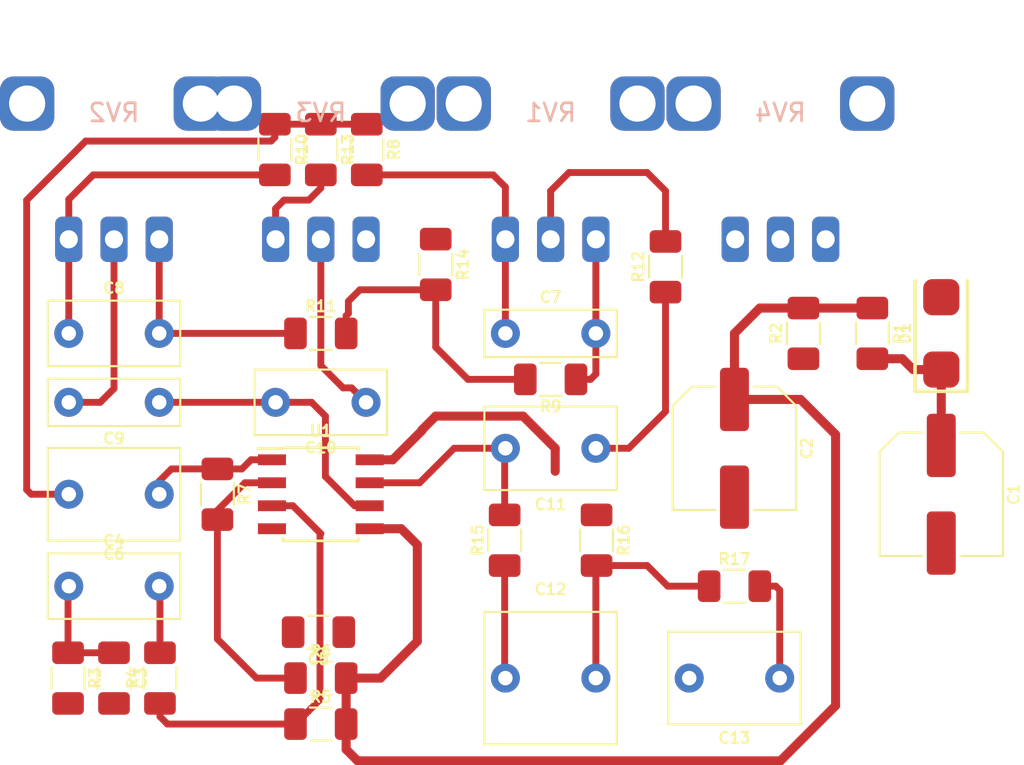
<source format=kicad_pcb>
(kicad_pcb (version 20171130) (host pcbnew "(5.0.2)-1")

  (general
    (thickness 1.6)
    (drawings 0)
    (tracks 130)
    (zones 0)
    (modules 36)
    (nets 28)
  )

  (page A4)
  (layers
    (0 F.Cu signal)
    (31 B.Cu signal)
    (32 B.Adhes user)
    (33 F.Adhes user)
    (34 B.Paste user)
    (35 F.Paste user)
    (36 B.SilkS user)
    (37 F.SilkS user)
    (38 B.Mask user)
    (39 F.Mask user)
    (40 Dwgs.User user)
    (41 Cmts.User user)
    (42 Eco1.User user)
    (43 Eco2.User user)
    (44 Edge.Cuts user)
    (45 Margin user)
    (46 B.CrtYd user)
    (47 F.CrtYd user)
    (48 B.Fab user)
    (49 F.Fab user)
  )

  (setup
    (last_trace_width 0.381)
    (trace_clearance 0.381)
    (zone_clearance 0.254)
    (zone_45_only no)
    (trace_min 0.1524)
    (segment_width 0.2)
    (edge_width 0.15)
    (via_size 0.8)
    (via_drill 0.4)
    (via_min_size 0.4)
    (via_min_drill 0.3)
    (uvia_size 0.3)
    (uvia_drill 0.1)
    (uvias_allowed no)
    (uvia_min_size 0.2)
    (uvia_min_drill 0.1)
    (pcb_text_width 0.3)
    (pcb_text_size 1.5 1.5)
    (mod_edge_width 0.15)
    (mod_text_size 1 1)
    (mod_text_width 0.15)
    (pad_size 1.524 1.524)
    (pad_drill 0.762)
    (pad_to_mask_clearance 0.051)
    (solder_mask_min_width 0.25)
    (aux_axis_origin 0 0)
    (visible_elements 7FFFFFFF)
    (pcbplotparams
      (layerselection 0x010fc_ffffffff)
      (usegerberextensions false)
      (usegerberattributes false)
      (usegerberadvancedattributes false)
      (creategerberjobfile false)
      (excludeedgelayer true)
      (linewidth 0.050000)
      (plotframeref false)
      (viasonmask false)
      (mode 1)
      (useauxorigin false)
      (hpglpennumber 1)
      (hpglpenspeed 20)
      (hpglpendiameter 15.000000)
      (psnegative false)
      (psa4output false)
      (plotreference true)
      (plotvalue true)
      (plotinvisibletext false)
      (padsonsilk false)
      (subtractmaskfromsilk false)
      (outputformat 1)
      (mirror false)
      (drillshape 1)
      (scaleselection 1)
      (outputdirectory ""))
  )

  (net 0 "")
  (net 1 VREF)
  (net 2 +9.0VDC)
  (net 3 "Net-(R11-Pad2)")
  (net 4 "Net-(C7-Pad2)")
  (net 5 "Net-(C6-Pad2)")
  (net 6 "Net-(C7-Pad1)")
  (net 7 "Net-(R6-Pad1)")
  (net 8 "Net-(C6-Pad1)")
  (net 9 "Net-(R4-Pad1)")
  (net 10 "Net-(C4-Pad2)")
  (net 11 "Net-(C3-Pad1)")
  (net 12 GND)
  (net 13 "Net-(C8-Pad1)")
  (net 14 "Net-(C10-Pad2)")
  (net 15 "Net-(R12-Pad2)")
  (net 16 "Net-(R13-Pad2)")
  (net 17 "Net-(R14-Pad1)")
  (net 18 "Net-(C11-Pad2)")
  (net 19 "Net-(C12-Pad1)")
  (net 20 "Net-(C12-Pad2)")
  (net 21 "Net-(C13-Pad1)")
  (net 22 "Net-(C8-Pad2)")
  (net 23 "Net-(RV4-Pad2)")
  (net 24 "Net-(C13-Pad2)")
  (net 25 "Net-(C10-Pad1)")
  (net 26 "Net-(C9-Pad2)")
  (net 27 "Net-(D1-Pad2)")

  (net_class Default "This is the default net class."
    (clearance 0.381)
    (trace_width 0.381)
    (via_dia 0.8)
    (via_drill 0.4)
    (uvia_dia 0.3)
    (uvia_drill 0.1)
    (add_net "Net-(C10-Pad1)")
    (add_net "Net-(C10-Pad2)")
    (add_net "Net-(C11-Pad2)")
    (add_net "Net-(C12-Pad1)")
    (add_net "Net-(C12-Pad2)")
    (add_net "Net-(C13-Pad1)")
    (add_net "Net-(C13-Pad2)")
    (add_net "Net-(C3-Pad1)")
    (add_net "Net-(C4-Pad2)")
    (add_net "Net-(C6-Pad1)")
    (add_net "Net-(C6-Pad2)")
    (add_net "Net-(C7-Pad1)")
    (add_net "Net-(C7-Pad2)")
    (add_net "Net-(C8-Pad1)")
    (add_net "Net-(C8-Pad2)")
    (add_net "Net-(C9-Pad2)")
    (add_net "Net-(D1-Pad2)")
    (add_net "Net-(R11-Pad2)")
    (add_net "Net-(R12-Pad2)")
    (add_net "Net-(R13-Pad2)")
    (add_net "Net-(R14-Pad1)")
    (add_net "Net-(R4-Pad1)")
    (add_net "Net-(R6-Pad1)")
    (add_net "Net-(RV4-Pad2)")
  )

  (net_class Power ""
    (clearance 0.5)
    (trace_width 0.5)
    (via_dia 0.8)
    (via_drill 0.4)
    (uvia_dia 0.3)
    (uvia_drill 0.1)
    (add_net +9.0VDC)
    (add_net GND)
    (add_net VREF)
  )

  (module SA_Capacitors_SMD:C_1206_3216M (layer F.Cu) (tedit 5C29F026) (tstamp 5C57300B)
    (at 115.57 85.09 270)
    (descr "Capacitor SMD 1206 (3216 Metric), square (rectangular) end terminal, IPC_7351 nominal, (Body size source: http://www.tortai-tech.com/upload/download/2011102023233369053.pdf), generated with kicad-footprint-generator")
    (tags capacitor)
    (path /5C531365)
    (attr smd)
    (fp_text reference C3 (at 0 -1.5 270) (layer F.SilkS)
      (effects (font (size 0.6 0.6) (thickness 0.127)))
    )
    (fp_text value 47p (at 0 1.35 270) (layer F.Fab)
      (effects (font (size 0.3 0.3) (thickness 0.03)))
    )
    (fp_text user %R (at 0 0 270) (layer F.Fab)
      (effects (font (size 0.4 0.4) (thickness 0.05)))
    )
    (fp_line (start 2.28 1.12) (end -2.28 1.12) (layer F.CrtYd) (width 0.05))
    (fp_line (start 2.28 -1.12) (end 2.28 1.12) (layer F.CrtYd) (width 0.05))
    (fp_line (start -2.28 -1.12) (end 2.28 -1.12) (layer F.CrtYd) (width 0.05))
    (fp_line (start -2.28 1.12) (end -2.28 -1.12) (layer F.CrtYd) (width 0.05))
    (fp_line (start -0.602064 0.91) (end 0.602064 0.91) (layer F.SilkS) (width 0.12))
    (fp_line (start -0.602064 -0.91) (end 0.602064 -0.91) (layer F.SilkS) (width 0.12))
    (fp_line (start 1.6 0.8) (end -1.6 0.8) (layer F.Fab) (width 0.1))
    (fp_line (start 1.6 -0.8) (end 1.6 0.8) (layer F.Fab) (width 0.1))
    (fp_line (start -1.6 -0.8) (end 1.6 -0.8) (layer F.Fab) (width 0.1))
    (fp_line (start -1.6 0.8) (end -1.6 -0.8) (layer F.Fab) (width 0.1))
    (pad 2 smd roundrect (at 1.4 0 270) (size 1.25 1.75) (layers F.Cu F.Paste F.Mask) (roundrect_rratio 0.2)
      (net 12 GND))
    (pad 1 smd roundrect (at -1.4 0 270) (size 1.25 1.75) (layers F.Cu F.Paste F.Mask) (roundrect_rratio 0.2)
      (net 11 "Net-(C3-Pad1)"))
    (model ${SA_LIB_3DSHAPES}/Packages/C_1206_3216Metric.step
      (at (xyz 0 0 0))
      (scale (xyz 1 1 1))
      (rotate (xyz 0 0 0))
    )
  )

  (module SA_Capacitors_SMD:C_1206_3216M (layer F.Cu) (tedit 5C29F026) (tstamp 5C572FFA)
    (at 126.87 82.55 180)
    (descr "Capacitor SMD 1206 (3216 Metric), square (rectangular) end terminal, IPC_7351 nominal, (Body size source: http://www.tortai-tech.com/upload/download/2011102023233369053.pdf), generated with kicad-footprint-generator")
    (tags capacitor)
    (path /5C577912)
    (attr smd)
    (fp_text reference C5 (at 0 -1.5 180) (layer F.SilkS)
      (effects (font (size 0.6 0.6) (thickness 0.127)))
    )
    (fp_text value 100n (at 0 1.35 180) (layer F.Fab)
      (effects (font (size 0.3 0.3) (thickness 0.03)))
    )
    (fp_line (start -1.6 0.8) (end -1.6 -0.8) (layer F.Fab) (width 0.1))
    (fp_line (start -1.6 -0.8) (end 1.6 -0.8) (layer F.Fab) (width 0.1))
    (fp_line (start 1.6 -0.8) (end 1.6 0.8) (layer F.Fab) (width 0.1))
    (fp_line (start 1.6 0.8) (end -1.6 0.8) (layer F.Fab) (width 0.1))
    (fp_line (start -0.602064 -0.91) (end 0.602064 -0.91) (layer F.SilkS) (width 0.12))
    (fp_line (start -0.602064 0.91) (end 0.602064 0.91) (layer F.SilkS) (width 0.12))
    (fp_line (start -2.28 1.12) (end -2.28 -1.12) (layer F.CrtYd) (width 0.05))
    (fp_line (start -2.28 -1.12) (end 2.28 -1.12) (layer F.CrtYd) (width 0.05))
    (fp_line (start 2.28 -1.12) (end 2.28 1.12) (layer F.CrtYd) (width 0.05))
    (fp_line (start 2.28 1.12) (end -2.28 1.12) (layer F.CrtYd) (width 0.05))
    (fp_text user %R (at 0 0 180) (layer F.Fab)
      (effects (font (size 0.4 0.4) (thickness 0.05)))
    )
    (pad 1 smd roundrect (at -1.4 0 180) (size 1.25 1.75) (layers F.Cu F.Paste F.Mask) (roundrect_rratio 0.2)
      (net 2 +9.0VDC))
    (pad 2 smd roundrect (at 1.4 0 180) (size 1.25 1.75) (layers F.Cu F.Paste F.Mask) (roundrect_rratio 0.2)
      (net 12 GND))
    (model ${SA_LIB_3DSHAPES}/Packages/C_1206_3216Metric.step
      (at (xyz 0 0 0))
      (scale (xyz 1 1 1))
      (rotate (xyz 0 0 0))
    )
  )

  (module SA_Capacitors_SMD:Nichicon_UWT1E101MCL1GS_100uF_25V_6.3x7.7mm (layer F.Cu) (tedit 5C256114) (tstamp 5C572FE9)
    (at 161.29 74.93 270)
    (descr "SMD capacitor, aluminum electrolytic, Nichicon, 6.3x7.7mm")
    (tags "capacitor electrolytic")
    (path /5C553D1D)
    (attr smd)
    (fp_text reference C1 (at 0 -4 270) (layer F.SilkS)
      (effects (font (size 0.6 0.6) (thickness 0.127)))
    )
    (fp_text value 100u (at 0 3.8 270) (layer F.Fab)
      (effects (font (size 0.3 0.3) (thickness 0.03)))
    )
    (fp_circle (center 0 0) (end 3.15 0) (layer F.Fab) (width 0.1))
    (fp_line (start 3.3 -3.3) (end 3.3 3.3) (layer F.Fab) (width 0.1))
    (fp_line (start -2.3 -3.3) (end 3.3 -3.3) (layer F.Fab) (width 0.1))
    (fp_line (start -2.3 3.3) (end 3.3 3.3) (layer F.Fab) (width 0.1))
    (fp_line (start -3.3 -2.3) (end -3.3 2.3) (layer F.Fab) (width 0.1))
    (fp_line (start -3.3 -2.3) (end -2.3 -3.3) (layer F.Fab) (width 0.1))
    (fp_line (start -3.3 2.3) (end -2.3 3.3) (layer F.Fab) (width 0.1))
    (fp_line (start -2.704838 -1.33) (end -2.074838 -1.33) (layer F.Fab) (width 0.1))
    (fp_line (start -2.389838 -1.645) (end -2.389838 -1.015) (layer F.Fab) (width 0.1))
    (fp_line (start 3.41 3.41) (end 3.41 1.06) (layer F.SilkS) (width 0.12))
    (fp_line (start 3.41 -3.41) (end 3.41 -1.06) (layer F.SilkS) (width 0.12))
    (fp_line (start -2.345563 -3.41) (end 3.41 -3.41) (layer F.SilkS) (width 0.12))
    (fp_line (start -2.345563 3.41) (end 3.41 3.41) (layer F.SilkS) (width 0.12))
    (fp_line (start -3.41 2.345563) (end -3.41 1.06) (layer F.SilkS) (width 0.12))
    (fp_line (start -3.41 -2.345563) (end -3.41 -1.06) (layer F.SilkS) (width 0.12))
    (fp_line (start -3.41 -2.345563) (end -2.345563 -3.41) (layer F.SilkS) (width 0.12))
    (fp_line (start -3.41 2.345563) (end -2.345563 3.41) (layer F.SilkS) (width 0.12))
    (fp_line (start 3.55 -3.55) (end 3.55 -1.05) (layer F.CrtYd) (width 0.05))
    (fp_line (start 3.55 -1.05) (end 4.7 -1.05) (layer F.CrtYd) (width 0.05))
    (fp_line (start 4.7 -1.05) (end 4.7 1.05) (layer F.CrtYd) (width 0.05))
    (fp_line (start 4.7 1.05) (end 3.55 1.05) (layer F.CrtYd) (width 0.05))
    (fp_line (start 3.55 1.05) (end 3.55 3.55) (layer F.CrtYd) (width 0.05))
    (fp_line (start -2.4 3.55) (end 3.55 3.55) (layer F.CrtYd) (width 0.05))
    (fp_line (start -2.4 -3.55) (end 3.55 -3.55) (layer F.CrtYd) (width 0.05))
    (fp_line (start -3.55 2.4) (end -2.4 3.55) (layer F.CrtYd) (width 0.05))
    (fp_line (start -3.55 -2.4) (end -2.4 -3.55) (layer F.CrtYd) (width 0.05))
    (fp_line (start -3.55 -2.4) (end -3.55 -1.05) (layer F.CrtYd) (width 0.05))
    (fp_line (start -3.55 1.05) (end -3.55 2.4) (layer F.CrtYd) (width 0.05))
    (fp_line (start -3.55 -1.05) (end -4.7 -1.05) (layer F.CrtYd) (width 0.05))
    (fp_line (start -4.7 -1.05) (end -4.7 1.05) (layer F.CrtYd) (width 0.05))
    (fp_line (start -4.7 1.05) (end -3.55 1.05) (layer F.CrtYd) (width 0.05))
    (fp_text user %R (at 0 0 270) (layer F.Fab)
      (effects (font (size 0.4 0.4) (thickness 0.05)))
    )
    (pad 1 smd roundrect (at -2.7 0 270) (size 3.5 1.6) (layers F.Cu F.Paste F.Mask) (roundrect_rratio 0.15625)
      (net 2 +9.0VDC))
    (pad 2 smd roundrect (at 2.7 0 270) (size 3.5 1.6) (layers F.Cu F.Paste F.Mask) (roundrect_rratio 0.15625)
      (net 12 GND))
    (model ${SA_LIB_3DSHAPES}/Nichicon_UWT1E101MCL1GS_100uF_25V_6.3x7.7mm/Nichicon_UWT1E101MCL1GS_100uF_25V_6.3x7.7mm.step
      (at (xyz 0 0 0))
      (scale (xyz 1 1 1))
      (rotate (xyz 0 0 0))
    )
  )

  (module SA_Capacitors_SMD:Nichicon_UWT1V470MCL1GS_47uF_35V_6.3x5.8mm (layer F.Cu) (tedit 5C2561B2) (tstamp 5C572FC3)
    (at 149.86 72.39 270)
    (descr "SMD capacitor, aluminum electrolytic, Nichicon, 6.3x5.8mm")
    (tags "capacitor electrolytic")
    (path /5C55746E)
    (attr smd)
    (fp_text reference C2 (at 0 -4 270) (layer F.SilkS)
      (effects (font (size 0.6 0.6) (thickness 0.127)))
    )
    (fp_text value 47u (at 0 3.8 270) (layer F.Fab)
      (effects (font (size 0.3 0.3) (thickness 0.03)))
    )
    (fp_circle (center 0 0) (end 3.15 0) (layer F.Fab) (width 0.1))
    (fp_line (start 3.3 -3.3) (end 3.3 3.3) (layer F.Fab) (width 0.1))
    (fp_line (start -2.3 -3.3) (end 3.3 -3.3) (layer F.Fab) (width 0.1))
    (fp_line (start -2.3 3.3) (end 3.3 3.3) (layer F.Fab) (width 0.1))
    (fp_line (start -3.3 -2.3) (end -3.3 2.3) (layer F.Fab) (width 0.1))
    (fp_line (start -3.3 -2.3) (end -2.3 -3.3) (layer F.Fab) (width 0.1))
    (fp_line (start -3.3 2.3) (end -2.3 3.3) (layer F.Fab) (width 0.1))
    (fp_line (start -2.704838 -1.33) (end -2.074838 -1.33) (layer F.Fab) (width 0.1))
    (fp_line (start -2.389838 -1.645) (end -2.389838 -1.015) (layer F.Fab) (width 0.1))
    (fp_line (start 3.41 3.41) (end 3.41 1.06) (layer F.SilkS) (width 0.12))
    (fp_line (start 3.41 -3.41) (end 3.41 -1.06) (layer F.SilkS) (width 0.12))
    (fp_line (start -2.345563 -3.41) (end 3.41 -3.41) (layer F.SilkS) (width 0.12))
    (fp_line (start -2.345563 3.41) (end 3.41 3.41) (layer F.SilkS) (width 0.12))
    (fp_line (start -3.41 2.345563) (end -3.41 1.06) (layer F.SilkS) (width 0.12))
    (fp_line (start -3.41 -2.345563) (end -3.41 -1.06) (layer F.SilkS) (width 0.12))
    (fp_line (start -3.41 -2.345563) (end -2.345563 -3.41) (layer F.SilkS) (width 0.12))
    (fp_line (start -3.41 2.345563) (end -2.345563 3.41) (layer F.SilkS) (width 0.12))
    (fp_line (start 3.55 -3.55) (end 3.55 -1.05) (layer F.CrtYd) (width 0.05))
    (fp_line (start 3.55 -1.05) (end 4.7 -1.05) (layer F.CrtYd) (width 0.05))
    (fp_line (start 4.7 -1.05) (end 4.7 1.05) (layer F.CrtYd) (width 0.05))
    (fp_line (start 4.7 1.05) (end 3.55 1.05) (layer F.CrtYd) (width 0.05))
    (fp_line (start 3.55 1.05) (end 3.55 3.55) (layer F.CrtYd) (width 0.05))
    (fp_line (start -2.4 3.55) (end 3.55 3.55) (layer F.CrtYd) (width 0.05))
    (fp_line (start -2.4 -3.55) (end 3.55 -3.55) (layer F.CrtYd) (width 0.05))
    (fp_line (start -3.55 2.4) (end -2.4 3.55) (layer F.CrtYd) (width 0.05))
    (fp_line (start -3.55 -2.4) (end -2.4 -3.55) (layer F.CrtYd) (width 0.05))
    (fp_line (start -3.55 -2.4) (end -3.55 -1.05) (layer F.CrtYd) (width 0.05))
    (fp_line (start -3.55 1.05) (end -3.55 2.4) (layer F.CrtYd) (width 0.05))
    (fp_line (start -3.55 -1.05) (end -4.7 -1.05) (layer F.CrtYd) (width 0.05))
    (fp_line (start -4.7 -1.05) (end -4.7 1.05) (layer F.CrtYd) (width 0.05))
    (fp_line (start -4.7 1.05) (end -3.55 1.05) (layer F.CrtYd) (width 0.05))
    (fp_text user %R (at 0 0 270) (layer F.Fab)
      (effects (font (size 0.4 0.4) (thickness 0.05)))
    )
    (pad 1 smd roundrect (at -2.7 0 270) (size 3.5 1.6) (layers F.Cu F.Paste F.Mask) (roundrect_rratio 0.15625)
      (net 1 VREF))
    (pad 2 smd roundrect (at 2.7 0 270) (size 3.5 1.6) (layers F.Cu F.Paste F.Mask) (roundrect_rratio 0.15625)
      (net 12 GND))
    (model ${SA_LIB_3DSHAPES}/Nichicon_UWT1V470MCL1GS_47uF_35V_6.3x5.8mm/Nichicon_UWT1V470MCL1GS_47uF_35V_6.3x5.8mm.step
      (at (xyz 0 0 0))
      (scale (xyz 1 1 1))
      (rotate (xyz 0 0 0))
    )
  )

  (module SA_Capacitors_THT:WIMA_FKP2J004701D00JSSD_470pF_630V_L7.2_W4.5_H6.0_P5.0 (layer F.Cu) (tedit 5C28D92C) (tstamp 5C575648)
    (at 139.7 72.39 180)
    (path /5C53A49A)
    (fp_text reference C11 (at 0 -3.1 180) (layer F.SilkS)
      (effects (font (size 0.6 0.6) (thickness 0.127)))
    )
    (fp_text value 470p (at 0 2.9 180) (layer F.Fab)
      (effects (font (size 0.3 0.3) (thickness 0.03)))
    )
    (fp_line (start -3.6 -2.25) (end -3.6 2.25) (layer F.Fab) (width 0.1))
    (fp_line (start -3.6 2.25) (end 3.6 2.25) (layer F.Fab) (width 0.1))
    (fp_line (start 3.6 2.25) (end 3.6 -2.25) (layer F.Fab) (width 0.1))
    (fp_line (start 3.6 -2.25) (end -3.6 -2.25) (layer F.Fab) (width 0.1))
    (fp_line (start -3.66 -2.31) (end 3.66 -2.31) (layer F.SilkS) (width 0.12))
    (fp_line (start -3.66 2.31) (end 3.66 2.31) (layer F.SilkS) (width 0.12))
    (fp_line (start -3.66 -2.31) (end -3.66 2.31) (layer F.SilkS) (width 0.12))
    (fp_line (start 3.66 -2.31) (end 3.66 2.31) (layer F.SilkS) (width 0.12))
    (fp_line (start -3.95 -2.6) (end -3.95 2.6) (layer F.CrtYd) (width 0.05))
    (fp_line (start -3.95 2.6) (end 3.95 2.6) (layer F.CrtYd) (width 0.05))
    (fp_line (start 3.95 2.6) (end 3.95 -2.6) (layer F.CrtYd) (width 0.05))
    (fp_line (start 3.95 -2.6) (end -3.95 -2.6) (layer F.CrtYd) (width 0.05))
    (fp_text user %R (at 0 0 180) (layer F.Fab)
      (effects (font (size 0.4 0.4) (thickness 0.05)))
    )
    (pad 1 thru_hole circle (at -2.5 0 180) (size 1.6 1.6) (drill 0.8) (layers *.Cu *.Mask)
      (net 14 "Net-(C10-Pad2)"))
    (pad 2 thru_hole circle (at 2.5 0 180) (size 1.6 1.6) (drill 0.8) (layers *.Cu *.Mask)
      (net 18 "Net-(C11-Pad2)"))
    (model ${SA_LIB_3DSHAPES}/WIMA_FKP2J004701D00JSSD_470pF_630V_L7.2_W4.5_H6.0_P5.0/WIMA_FKP2J004701D00JSSD_470pF_630V_L7.2_W4.5_H6.0_P5.0.step
      (at (xyz 0 0 0))
      (scale (xyz 1 1 1))
      (rotate (xyz 0 0 0))
    )
  )

  (module SA_Capacitors_THT:Wima_FKS2G021001C00KSSD_10nF_400V_L7.2_W3.5_H8.5_P5.0 (layer F.Cu) (tedit 5C28ED1F) (tstamp 5C572F8A)
    (at 127 69.85 180)
    (path /5C5344C0)
    (fp_text reference C10 (at 0 -2.5 180) (layer F.SilkS)
      (effects (font (size 0.6 0.6) (thickness 0.127)))
    )
    (fp_text value 10n (at 0 2.4 180) (layer F.Fab)
      (effects (font (size 0.3 0.3) (thickness 0.03)))
    )
    (fp_line (start -3.6 -1.75) (end -3.6 1.75) (layer F.Fab) (width 0.1))
    (fp_line (start -3.6 1.75) (end 3.6 1.75) (layer F.Fab) (width 0.1))
    (fp_line (start 3.6 1.75) (end 3.6 -1.75) (layer F.Fab) (width 0.1))
    (fp_line (start 3.6 -1.75) (end -3.6 -1.75) (layer F.Fab) (width 0.1))
    (fp_line (start -3.66 -1.81) (end 3.66 -1.81) (layer F.SilkS) (width 0.12))
    (fp_line (start -3.66 1.81) (end 3.66 1.81) (layer F.SilkS) (width 0.12))
    (fp_line (start -3.66 -1.81) (end -3.66 1.81) (layer F.SilkS) (width 0.12))
    (fp_line (start 3.66 -1.81) (end 3.66 1.81) (layer F.SilkS) (width 0.12))
    (fp_line (start -3.95 -2.1) (end -3.95 2.1) (layer F.CrtYd) (width 0.05))
    (fp_line (start -3.95 2.1) (end 3.95 2.1) (layer F.CrtYd) (width 0.05))
    (fp_line (start 3.95 2.1) (end 3.95 -2.1) (layer F.CrtYd) (width 0.05))
    (fp_line (start 3.95 -2.1) (end -3.95 -2.1) (layer F.CrtYd) (width 0.05))
    (fp_text user %R (at 0 0 180) (layer F.Fab)
      (effects (font (size 0.4 0.4) (thickness 0.05)))
    )
    (pad 1 thru_hole circle (at -2.5 0 180) (size 1.6 1.6) (drill 0.8) (layers *.Cu *.Mask)
      (net 25 "Net-(C10-Pad1)"))
    (pad 2 thru_hole circle (at 2.5 0 180) (size 1.6 1.6) (drill 0.8) (layers *.Cu *.Mask)
      (net 14 "Net-(C10-Pad2)"))
    (model ${SA_LIB_3DSHAPES}/Wima_FKS2G021001C00KSSD_10nF_400V_L7.2_W3.5_H8.5_P5.0/Wima_FKS2G021001C00KSSD_10nF_400V_L7.2_W3.5_H8.5_P5.0.step
      (at (xyz 0 0 0))
      (scale (xyz 1 1 1))
      (rotate (xyz 0 0 0))
    )
  )

  (module SA_Capacitors_THT:Wima_MKS2C031001A00KSSD_100nF_63V_L7.2_W2.5_H6.5_P5.0 (layer F.Cu) (tedit 5C28F745) (tstamp 5C572F77)
    (at 139.7 66.04)
    (path /5C533544)
    (fp_text reference C7 (at 0 -2) (layer F.SilkS)
      (effects (font (size 0.6 0.6) (thickness 0.127)))
    )
    (fp_text value 100n (at 0 1.9) (layer F.Fab)
      (effects (font (size 0.3 0.3) (thickness 0.03)))
    )
    (fp_line (start -3.6 -1.25) (end -3.6 1.25) (layer F.Fab) (width 0.1))
    (fp_line (start -3.6 1.25) (end 3.6 1.25) (layer F.Fab) (width 0.1))
    (fp_line (start 3.6 1.25) (end 3.6 -1.25) (layer F.Fab) (width 0.1))
    (fp_line (start 3.6 -1.25) (end -3.6 -1.25) (layer F.Fab) (width 0.1))
    (fp_line (start -3.66 -1.31) (end 3.66 -1.31) (layer F.SilkS) (width 0.12))
    (fp_line (start -3.66 1.31) (end 3.66 1.31) (layer F.SilkS) (width 0.12))
    (fp_line (start -3.66 -1.31) (end -3.66 1.31) (layer F.SilkS) (width 0.12))
    (fp_line (start 3.66 -1.31) (end 3.66 1.31) (layer F.SilkS) (width 0.12))
    (fp_line (start -3.95 -1.6) (end -3.95 1.6) (layer F.CrtYd) (width 0.05))
    (fp_line (start -3.95 1.6) (end 3.95 1.6) (layer F.CrtYd) (width 0.05))
    (fp_line (start 3.95 1.6) (end 3.95 -1.6) (layer F.CrtYd) (width 0.05))
    (fp_line (start 3.95 -1.6) (end -3.95 -1.6) (layer F.CrtYd) (width 0.05))
    (fp_text user %R (at 0 0) (layer F.Fab)
      (effects (font (size 0.4 0.4) (thickness 0.05)))
    )
    (pad 1 thru_hole circle (at -2.5 0) (size 1.6 1.6) (drill 0.8) (layers *.Cu *.Mask)
      (net 6 "Net-(C7-Pad1)"))
    (pad 2 thru_hole circle (at 2.5 0) (size 1.6 1.6) (drill 0.8) (layers *.Cu *.Mask)
      (net 4 "Net-(C7-Pad2)"))
    (model ${SA_LIB_3DSHAPES}/Wima_MKS2C031001A00KSSD_100nF_63V_L7.2_W2.5_H6.5_P5.0/Wima_MKS2C031001A00KSSD_100nF_63V_L7.2_W2.5_H6.5_P5.0.step
      (at (xyz 0 0 0))
      (scale (xyz 1 1 1))
      (rotate (xyz 0 0 0))
    )
  )

  (module SA_Capacitors_THT:Wima_MKS2C041001F00KSSD_1.0uF_63V_L7.2_W5.0_H10.0_P5.0 (layer F.Cu) (tedit 5C28FBA9) (tstamp 5C572F64)
    (at 115.57 74.93 180)
    (path /5C532F54)
    (fp_text reference C6 (at 0 -3.3 180) (layer F.SilkS)
      (effects (font (size 0.6 0.6) (thickness 0.127)))
    )
    (fp_text value 1u (at 0 3.2 180) (layer F.Fab)
      (effects (font (size 0.3 0.3) (thickness 0.03)))
    )
    (fp_text user %R (at 0 0 180) (layer F.Fab)
      (effects (font (size 0.4 0.4) (thickness 0.05)))
    )
    (fp_line (start 3.95 -2.85) (end -3.95 -2.85) (layer F.CrtYd) (width 0.05))
    (fp_line (start 3.95 2.85) (end 3.95 -2.85) (layer F.CrtYd) (width 0.05))
    (fp_line (start -3.95 2.85) (end 3.95 2.85) (layer F.CrtYd) (width 0.05))
    (fp_line (start -3.95 -2.85) (end -3.95 2.85) (layer F.CrtYd) (width 0.05))
    (fp_line (start 3.66 -2.56) (end 3.66 2.56) (layer F.SilkS) (width 0.12))
    (fp_line (start -3.66 -2.56) (end -3.66 2.56) (layer F.SilkS) (width 0.12))
    (fp_line (start -3.66 2.56) (end 3.66 2.56) (layer F.SilkS) (width 0.12))
    (fp_line (start -3.66 -2.56) (end 3.66 -2.56) (layer F.SilkS) (width 0.12))
    (fp_line (start 3.6 -2.5) (end -3.6 -2.5) (layer F.Fab) (width 0.1))
    (fp_line (start 3.6 2.5) (end 3.6 -2.5) (layer F.Fab) (width 0.1))
    (fp_line (start -3.6 2.5) (end 3.6 2.5) (layer F.Fab) (width 0.1))
    (fp_line (start -3.6 -2.5) (end -3.6 2.5) (layer F.Fab) (width 0.1))
    (pad 2 thru_hole circle (at 2.5 0 180) (size 1.6 1.6) (drill 0.8) (layers *.Cu *.Mask)
      (net 5 "Net-(C6-Pad2)"))
    (pad 1 thru_hole circle (at -2.5 0 180) (size 1.6 1.6) (drill 0.8) (layers *.Cu *.Mask)
      (net 8 "Net-(C6-Pad1)"))
    (model ${SA_LIB_3DSHAPES}/Wima_MKS2C041001F00KSSD_1.0uF_63V_L7.2_W5.0_H10.0_P5.0/Wima_MKS2C041001F00KSSD_1.0uF_63V_L7.2_W5.0_H10.0_P5.0.step
      (at (xyz 0 0 0))
      (scale (xyz 1 1 1))
      (rotate (xyz 0 0 0))
    )
  )

  (module SA_Capacitors_THT:Wima_MKS2C041001F00KSSD_1.0uF_63V_L7.2_W5.0_H10.0_P5.0 (layer F.Cu) (tedit 5C28FBA9) (tstamp 5C572F51)
    (at 149.86 85.09 180)
    (path /5C544168)
    (fp_text reference C13 (at 0 -3.3 180) (layer F.SilkS)
      (effects (font (size 0.6 0.6) (thickness 0.127)))
    )
    (fp_text value 1u (at 0 3.2 180) (layer F.Fab)
      (effects (font (size 0.3 0.3) (thickness 0.03)))
    )
    (fp_line (start -3.6 -2.5) (end -3.6 2.5) (layer F.Fab) (width 0.1))
    (fp_line (start -3.6 2.5) (end 3.6 2.5) (layer F.Fab) (width 0.1))
    (fp_line (start 3.6 2.5) (end 3.6 -2.5) (layer F.Fab) (width 0.1))
    (fp_line (start 3.6 -2.5) (end -3.6 -2.5) (layer F.Fab) (width 0.1))
    (fp_line (start -3.66 -2.56) (end 3.66 -2.56) (layer F.SilkS) (width 0.12))
    (fp_line (start -3.66 2.56) (end 3.66 2.56) (layer F.SilkS) (width 0.12))
    (fp_line (start -3.66 -2.56) (end -3.66 2.56) (layer F.SilkS) (width 0.12))
    (fp_line (start 3.66 -2.56) (end 3.66 2.56) (layer F.SilkS) (width 0.12))
    (fp_line (start -3.95 -2.85) (end -3.95 2.85) (layer F.CrtYd) (width 0.05))
    (fp_line (start -3.95 2.85) (end 3.95 2.85) (layer F.CrtYd) (width 0.05))
    (fp_line (start 3.95 2.85) (end 3.95 -2.85) (layer F.CrtYd) (width 0.05))
    (fp_line (start 3.95 -2.85) (end -3.95 -2.85) (layer F.CrtYd) (width 0.05))
    (fp_text user %R (at 0 0 180) (layer F.Fab)
      (effects (font (size 0.4 0.4) (thickness 0.05)))
    )
    (pad 1 thru_hole circle (at -2.5 0 180) (size 1.6 1.6) (drill 0.8) (layers *.Cu *.Mask)
      (net 21 "Net-(C13-Pad1)"))
    (pad 2 thru_hole circle (at 2.5 0 180) (size 1.6 1.6) (drill 0.8) (layers *.Cu *.Mask)
      (net 24 "Net-(C13-Pad2)"))
    (model ${SA_LIB_3DSHAPES}/Wima_MKS2C041001F00KSSD_1.0uF_63V_L7.2_W5.0_H10.0_P5.0/Wima_MKS2C041001F00KSSD_1.0uF_63V_L7.2_W5.0_H10.0_P5.0.step
      (at (xyz 0 0 0))
      (scale (xyz 1 1 1))
      (rotate (xyz 0 0 0))
    )
  )

  (module SA_Capacitors_THT:Wima_MKS2C042201K00KSSD_2.2uF_63V_L7.2_W7.2_H13.0_P5.0 (layer F.Cu) (tedit 5C28FB98) (tstamp 5C572F3E)
    (at 139.7 85.09)
    (descr "C, Rect series, Radial, pin pitch=5.00mm, , length*width=7.2*7.2mm^2, Capacitor, http://www.wima.com/EN/WIMA_FKS_2.pdf")
    (tags "C Rect series Radial pin pitch 5.00mm  length 7.2mm width 7.2mm Capacitor")
    (path /5C543E70)
    (fp_text reference C12 (at 0 -4.91) (layer F.SilkS)
      (effects (font (size 0.6 0.6) (thickness 0.127)))
    )
    (fp_text value 2u2 (at 0 4.2) (layer F.Fab)
      (effects (font (size 0.3 0.3) (thickness 0.03)))
    )
    (fp_line (start -3.6 -3.6) (end -3.6 3.6) (layer F.Fab) (width 0.1))
    (fp_line (start -3.6 3.6) (end 3.6 3.6) (layer F.Fab) (width 0.1))
    (fp_line (start 3.6 3.6) (end 3.6 -3.6) (layer F.Fab) (width 0.1))
    (fp_line (start 3.6 -3.6) (end -3.6 -3.6) (layer F.Fab) (width 0.1))
    (fp_line (start -3.66 -3.66) (end 3.66 -3.66) (layer F.SilkS) (width 0.12))
    (fp_line (start -3.66 3.66) (end 3.66 3.66) (layer F.SilkS) (width 0.12))
    (fp_line (start -3.66 -3.66) (end -3.66 3.66) (layer F.SilkS) (width 0.12))
    (fp_line (start 3.66 -3.66) (end 3.66 3.66) (layer F.SilkS) (width 0.12))
    (fp_line (start -3.95 -3.95) (end -3.95 3.95) (layer F.CrtYd) (width 0.05))
    (fp_line (start -3.95 3.95) (end 3.95 3.95) (layer F.CrtYd) (width 0.05))
    (fp_line (start 3.95 3.95) (end 3.95 -3.95) (layer F.CrtYd) (width 0.05))
    (fp_line (start 3.95 -3.95) (end -3.95 -3.95) (layer F.CrtYd) (width 0.05))
    (fp_text user %R (at 0 0) (layer F.Fab)
      (effects (font (size 0.4 0.4) (thickness 0.05)))
    )
    (pad 1 thru_hole circle (at -2.5 0) (size 1.6 1.6) (drill 0.8) (layers *.Cu *.Mask)
      (net 19 "Net-(C12-Pad1)"))
    (pad 2 thru_hole circle (at 2.5 0) (size 1.6 1.6) (drill 0.8) (layers *.Cu *.Mask)
      (net 20 "Net-(C12-Pad2)"))
    (model ${SA_LIB_3DSHAPES}/Wima_MKS2C042201K00KSSD_2.2uF_63V_L7.2_W7.2_H13.0_P5.0/Wima_MKS2C042201K00KSSD_2.2uF_63V_L7.2_W7.2_H13.0_P5.0.step
      (at (xyz 0 0 0))
      (scale (xyz 1 1 1))
      (rotate (xyz 0 0 0))
    )
  )

  (module SA_Capacitors_THT:Wima_MKS2F022201A00KSSD_22nF_250V_L7.2_W2.5_H6.5_P5.0 (layer F.Cu) (tedit 5C28F43E) (tstamp 5C53B2B0)
    (at 115.57 69.85 180)
    (path /5C534BEC)
    (fp_text reference C9 (at 0 -2 180) (layer F.SilkS)
      (effects (font (size 0.6 0.6) (thickness 0.127)))
    )
    (fp_text value 22n (at 0 1.9 180) (layer F.Fab)
      (effects (font (size 0.3 0.3) (thickness 0.03)))
    )
    (fp_line (start -3.6 -1.25) (end -3.6 1.25) (layer F.Fab) (width 0.1))
    (fp_line (start -3.6 1.25) (end 3.6 1.25) (layer F.Fab) (width 0.1))
    (fp_line (start 3.6 1.25) (end 3.6 -1.25) (layer F.Fab) (width 0.1))
    (fp_line (start 3.6 -1.25) (end -3.6 -1.25) (layer F.Fab) (width 0.1))
    (fp_line (start -3.66 -1.31) (end 3.66 -1.31) (layer F.SilkS) (width 0.12))
    (fp_line (start -3.66 1.31) (end 3.66 1.31) (layer F.SilkS) (width 0.12))
    (fp_line (start -3.66 -1.31) (end -3.66 1.31) (layer F.SilkS) (width 0.12))
    (fp_line (start 3.66 -1.31) (end 3.66 1.31) (layer F.SilkS) (width 0.12))
    (fp_line (start -3.95 -1.6) (end -3.95 1.6) (layer F.CrtYd) (width 0.05))
    (fp_line (start -3.95 1.6) (end 3.95 1.6) (layer F.CrtYd) (width 0.05))
    (fp_line (start 3.95 1.6) (end 3.95 -1.6) (layer F.CrtYd) (width 0.05))
    (fp_line (start 3.95 -1.6) (end -3.95 -1.6) (layer F.CrtYd) (width 0.05))
    (fp_text user %R (at 0 0 180) (layer F.Fab)
      (effects (font (size 0.4 0.4) (thickness 0.05)))
    )
    (pad 1 thru_hole circle (at -2.5 0 180) (size 1.6 1.6) (drill 0.8) (layers *.Cu *.Mask)
      (net 14 "Net-(C10-Pad2)"))
    (pad 2 thru_hole circle (at 2.5 0 180) (size 1.6 1.6) (drill 0.8) (layers *.Cu *.Mask)
      (net 26 "Net-(C9-Pad2)"))
    (model ${SA_LIB_3DSHAPES}/Wima_MKS2F022201A00KSSD_22nF_250V_L7.2_W2.5_H6.5_P5.0/Wima_MKS2F022201A00KSSD_22nF_250V_L7.2_W2.5_H6.5_P5.0.step
      (at (xyz 0 0 0))
      (scale (xyz 1 1 1))
      (rotate (xyz 0 0 0))
    )
  )

  (module SA_Capacitors_THT:Wima_MKS2F023301C00KSSD_33nF_250V_L7.2_W3.5_H8.5_P5.0 (layer F.Cu) (tedit 5C28F44D) (tstamp 5C572F18)
    (at 115.57 66.04)
    (path /5C533C4A)
    (fp_text reference C8 (at 0 -2.5) (layer F.SilkS)
      (effects (font (size 0.6 0.6) (thickness 0.127)))
    )
    (fp_text value 33n (at 0 2.4) (layer F.Fab)
      (effects (font (size 0.3 0.3) (thickness 0.03)))
    )
    (fp_line (start -3.6 -1.75) (end -3.6 1.75) (layer F.Fab) (width 0.1))
    (fp_line (start -3.6 1.75) (end 3.6 1.75) (layer F.Fab) (width 0.1))
    (fp_line (start 3.6 1.75) (end 3.6 -1.75) (layer F.Fab) (width 0.1))
    (fp_line (start 3.6 -1.75) (end -3.6 -1.75) (layer F.Fab) (width 0.1))
    (fp_line (start -3.66 -1.81) (end 3.66 -1.81) (layer F.SilkS) (width 0.12))
    (fp_line (start -3.66 1.81) (end 3.66 1.81) (layer F.SilkS) (width 0.12))
    (fp_line (start -3.66 -1.81) (end -3.66 1.81) (layer F.SilkS) (width 0.12))
    (fp_line (start 3.66 -1.81) (end 3.66 1.81) (layer F.SilkS) (width 0.12))
    (fp_line (start -3.95 -2.1) (end -3.95 2.1) (layer F.CrtYd) (width 0.05))
    (fp_line (start -3.95 2.1) (end 3.95 2.1) (layer F.CrtYd) (width 0.05))
    (fp_line (start 3.95 2.1) (end 3.95 -2.1) (layer F.CrtYd) (width 0.05))
    (fp_line (start 3.95 -2.1) (end -3.95 -2.1) (layer F.CrtYd) (width 0.05))
    (fp_text user %R (at 0 0) (layer F.Fab)
      (effects (font (size 0.4 0.4) (thickness 0.05)))
    )
    (pad 1 thru_hole circle (at -2.5 0) (size 1.6 1.6) (drill 0.8) (layers *.Cu *.Mask)
      (net 13 "Net-(C8-Pad1)"))
    (pad 2 thru_hole circle (at 2.5 0) (size 1.6 1.6) (drill 0.8) (layers *.Cu *.Mask)
      (net 22 "Net-(C8-Pad2)"))
    (model ${SA_LIB_3DSHAPES}/Wima_MKS2F023301C00KSSD_33nF_250V_L7.2_W3.5_H8.5_P5.0/Wima_MKS2F023301C00KSSD_33nF_250V_L7.2_W3.5_H8.5_P5.0.step
      (at (xyz 0 0 0))
      (scale (xyz 1 1 1))
      (rotate (xyz 0 0 0))
    )
  )

  (module SA_Capacitors_THT:Wima_MKS2F026801C00KSSD_68nF_250V_L7.2_W3.5_H8.5_P5.0 (layer F.Cu) (tedit 5C28F470) (tstamp 5C572F05)
    (at 115.57 80.01)
    (path /5C5325FE)
    (fp_text reference C4 (at 0 -2.5) (layer F.SilkS)
      (effects (font (size 0.6 0.6) (thickness 0.127)))
    )
    (fp_text value 68n (at 0 2.4) (layer F.Fab)
      (effects (font (size 0.3 0.3) (thickness 0.03)))
    )
    (fp_line (start -3.6 -1.75) (end -3.6 1.75) (layer F.Fab) (width 0.1))
    (fp_line (start -3.6 1.75) (end 3.6 1.75) (layer F.Fab) (width 0.1))
    (fp_line (start 3.6 1.75) (end 3.6 -1.75) (layer F.Fab) (width 0.1))
    (fp_line (start 3.6 -1.75) (end -3.6 -1.75) (layer F.Fab) (width 0.1))
    (fp_line (start -3.66 -1.81) (end 3.66 -1.81) (layer F.SilkS) (width 0.12))
    (fp_line (start -3.66 1.81) (end 3.66 1.81) (layer F.SilkS) (width 0.12))
    (fp_line (start -3.66 -1.81) (end -3.66 1.81) (layer F.SilkS) (width 0.12))
    (fp_line (start 3.66 -1.81) (end 3.66 1.81) (layer F.SilkS) (width 0.12))
    (fp_line (start -3.95 -2.1) (end -3.95 2.1) (layer F.CrtYd) (width 0.05))
    (fp_line (start -3.95 2.1) (end 3.95 2.1) (layer F.CrtYd) (width 0.05))
    (fp_line (start 3.95 2.1) (end 3.95 -2.1) (layer F.CrtYd) (width 0.05))
    (fp_line (start 3.95 -2.1) (end -3.95 -2.1) (layer F.CrtYd) (width 0.05))
    (fp_text user %R (at 0 0) (layer F.Fab)
      (effects (font (size 0.4 0.4) (thickness 0.05)))
    )
    (pad 1 thru_hole circle (at -2.5 0) (size 1.6 1.6) (drill 0.8) (layers *.Cu *.Mask)
      (net 11 "Net-(C3-Pad1)"))
    (pad 2 thru_hole circle (at 2.5 0) (size 1.6 1.6) (drill 0.8) (layers *.Cu *.Mask)
      (net 10 "Net-(C4-Pad2)"))
    (model ${SA_LIB_3DSHAPES}/Wima_MKS2F026801C00KSSD_68nF_250V_L7.2_W3.5_H8.5_P5.0/Wima_MKS2F026801C00KSSD_68nF_250V_L7.2_W3.5_H8.5_P5.0.step
      (at (xyz 0 0 0))
      (scale (xyz 1 1 1))
      (rotate (xyz 0 0 0))
    )
  )

  (module SA_Diodes_SMD:Rectron_FM5817W_SMA_DO-214AC (layer F.Cu) (tedit 5C24306D) (tstamp 5C53C5D5)
    (at 161.29 66.04 90)
    (path /5C56187C)
    (attr smd)
    (fp_text reference D1 (at 0 -2 90) (layer F.SilkS)
      (effects (font (size 0.6 0.6) (thickness 0.127)))
    )
    (fp_text value Rectron_FM5817-W (at 0 1.9 90) (layer F.Fab)
      (effects (font (size 0.3 0.3) (thickness 0.03)))
    )
    (fp_line (start -3.2 -1.45) (end 2.9 -1.45) (layer F.SilkS) (width 0.2))
    (fp_line (start -3.2 1.45) (end 2.9 1.45) (layer F.SilkS) (width 0.2))
    (fp_line (start -1.62 -1.3) (end -1.62 1.3) (layer F.Fab) (width 0.1))
    (fp_line (start -3.4 1.6) (end -3.4 -1.6) (layer F.CrtYd) (width 0.05))
    (fp_line (start 3.1 1.6) (end -3.4 1.6) (layer F.CrtYd) (width 0.05))
    (fp_line (start 3.1 -1.6) (end 3.1 1.6) (layer F.CrtYd) (width 0.05))
    (fp_line (start -3.4 -1.6) (end 3.1 -1.6) (layer F.CrtYd) (width 0.05))
    (fp_line (start 2.16 -1.3) (end -2.16 -1.3) (layer F.Fab) (width 0.1))
    (fp_line (start 2.16 -1.3) (end 2.16 1.3) (layer F.Fab) (width 0.1))
    (fp_line (start -2.16 1.3) (end -2.16 -1.3) (layer F.Fab) (width 0.1))
    (fp_line (start 2.16 1.3) (end -2.16 1.3) (layer F.Fab) (width 0.1))
    (fp_line (start -3.2 -1.45) (end -3.2 1.45) (layer F.SilkS) (width 0.2))
    (fp_text user %R (at 0 0 90) (layer F.Fab)
      (effects (font (size 0.4 0.4) (thickness 0.05)))
    )
    (pad 2 smd roundrect (at 2 0 90) (size 2 2) (layers F.Cu F.Paste F.Mask) (roundrect_rratio 0.25)
      (net 27 "Net-(D1-Pad2)"))
    (pad 1 smd roundrect (at -2 0 90) (size 2 2) (layers F.Cu F.Paste F.Mask) (roundrect_rratio 0.25)
      (net 2 +9.0VDC))
    (model ${SA_LIB_3DSHAPES}/Rectron_FM5817W_SMA_DO-214AC/Rectron_FM5817W_SMA_DO-214AC.step
      (at (xyz 0 0 0))
      (scale (xyz 1 1 1))
      (rotate (xyz 0 0 0))
    )
  )

  (module SA_Packages:SOIC-8_3.9x4.9mm_P1.27mm (layer F.Cu) (tedit 5C53249A) (tstamp 5C572EDF)
    (at 127 74.93)
    (descr "8-Lead Plastic Small Outline (SN) - Narrow, 3.90 mm Body [SOIC] (see Microchip Packaging Specification http://ww1.microchip.com/downloads/en/PackagingSpec/00000049BQ.pdf)")
    (tags "SOIC 1.27")
    (path /5C53280E)
    (attr smd)
    (fp_text reference U1 (at 0 -3.5) (layer F.SilkS)
      (effects (font (size 0.6 0.6) (thickness 0.15)))
    )
    (fp_text value RC4558 (at 0 3.5) (layer F.Fab)
      (effects (font (size 1 1) (thickness 0.15)))
    )
    (fp_text user %R (at 0 0) (layer F.Fab)
      (effects (font (size 1 1) (thickness 0.15)))
    )
    (fp_line (start -0.95 -2.45) (end 1.95 -2.45) (layer F.Fab) (width 0.1))
    (fp_line (start 1.95 -2.45) (end 1.95 2.45) (layer F.Fab) (width 0.1))
    (fp_line (start 1.95 2.45) (end -1.95 2.45) (layer F.Fab) (width 0.1))
    (fp_line (start -1.95 2.45) (end -1.95 -1.45) (layer F.Fab) (width 0.1))
    (fp_line (start -1.95 -1.45) (end -0.95 -2.45) (layer F.Fab) (width 0.1))
    (fp_line (start -3.73 -2.7) (end -3.73 2.7) (layer F.CrtYd) (width 0.05))
    (fp_line (start 3.73 -2.7) (end 3.73 2.7) (layer F.CrtYd) (width 0.05))
    (fp_line (start -3.73 -2.7) (end 3.73 -2.7) (layer F.CrtYd) (width 0.05))
    (fp_line (start -3.73 2.7) (end 3.73 2.7) (layer F.CrtYd) (width 0.05))
    (fp_line (start -2.075 -2.575) (end -2.075 -2.525) (layer F.SilkS) (width 0.15))
    (fp_line (start 2.075 -2.575) (end 2.075 -2.43) (layer F.SilkS) (width 0.15))
    (fp_line (start 2.075 2.575) (end 2.075 2.43) (layer F.SilkS) (width 0.15))
    (fp_line (start -2.075 2.575) (end -2.075 2.43) (layer F.SilkS) (width 0.15))
    (fp_line (start -2.075 -2.575) (end 2.075 -2.575) (layer F.SilkS) (width 0.15))
    (fp_line (start -2.075 2.575) (end 2.075 2.575) (layer F.SilkS) (width 0.15))
    (fp_line (start -2.075 -2.525) (end -3.475 -2.525) (layer F.SilkS) (width 0.15))
    (pad 1 smd rect (at -2.7 -1.905) (size 1.55 0.6) (layers F.Cu F.Paste F.Mask)
      (net 8 "Net-(C6-Pad1)"))
    (pad 2 smd rect (at -2.7 -0.635) (size 1.55 0.6) (layers F.Cu F.Paste F.Mask)
      (net 7 "Net-(R6-Pad1)"))
    (pad 3 smd rect (at -2.7 0.635) (size 1.55 0.6) (layers F.Cu F.Paste F.Mask)
      (net 9 "Net-(R4-Pad1)"))
    (pad 4 smd rect (at -2.7 1.905) (size 1.55 0.6) (layers F.Cu F.Paste F.Mask)
      (net 12 GND))
    (pad 5 smd rect (at 2.7 1.905) (size 1.55 0.6) (layers F.Cu F.Paste F.Mask)
      (net 1 VREF))
    (pad 6 smd rect (at 2.7 0.635) (size 1.55 0.6) (layers F.Cu F.Paste F.Mask)
      (net 14 "Net-(C10-Pad2)"))
    (pad 7 smd rect (at 2.7 -0.635) (size 1.55 0.6) (layers F.Cu F.Paste F.Mask)
      (net 18 "Net-(C11-Pad2)"))
    (pad 8 smd rect (at 2.7 -1.905) (size 1.55 0.6) (layers F.Cu F.Paste F.Mask)
      (net 2 +9.0VDC))
    (model ${SA_LIB_3DSHAPES}/Packages/SOIC-8_3.9x4.9mm_P1.27mm.step
      (at (xyz 0 0 0))
      (scale (xyz 1 1 1))
      (rotate (xyz 0 0 0))
    )
  )

  (module SA_Potentiometers_THT:Alpha_Taiwan_9mm_Vertical (layer B.Cu) (tedit 5C2BB063) (tstamp 5C572EC2)
    (at 139.7 53.34 180)
    (path /5C533171)
    (fp_text reference RV1 (at 0 -0.5 180) (layer B.SilkS)
      (effects (font (size 1 1) (thickness 0.15)) (justify mirror))
    )
    (fp_text value B100k (at 0 0.5 180) (layer B.Fab)
      (effects (font (size 1 1) (thickness 0.15)) (justify mirror))
    )
    (fp_line (start -4.75 5.675) (end 4.75 5.675) (layer B.Fab) (width 0.1))
    (fp_line (start -4.75 -5.675) (end -4.75 5.675) (layer B.Fab) (width 0.1))
    (fp_line (start 4.75 -5.675) (end -4.75 -5.675) (layer B.Fab) (width 0.1))
    (fp_line (start 4.75 5.675) (end 4.75 -5.675) (layer B.Fab) (width 0.1))
    (pad 1 thru_hole roundrect (at -2.5 -7.5 180) (size 1.5 2.5) (drill 1) (layers *.Cu *.Mask) (roundrect_rratio 0.25)
      (net 4 "Net-(C7-Pad2)"))
    (pad 3 thru_hole roundrect (at 2.5 -7.5 180) (size 1.5 2.5) (drill 1) (layers *.Cu *.Mask) (roundrect_rratio 0.25)
      (net 6 "Net-(C7-Pad1)"))
    (pad 2 thru_hole roundrect (at 0 -7.5 180) (size 1.5 2.5) (drill 1) (layers *.Cu *.Mask) (roundrect_rratio 0.25)
      (net 15 "Net-(R12-Pad2)"))
    (pad MH thru_hole roundrect (at 4.8 0 180) (size 3 3) (drill 2) (layers *.Cu *.Mask) (roundrect_rratio 0.25))
    (pad MH thru_hole roundrect (at -4.8 0 180) (size 3 3) (drill 2) (layers *.Cu *.Mask) (roundrect_rratio 0.25))
    (model ${SA_LIB_3DSHAPES}/Alpha_Taiwan_9mm_Vertical/Alpha_Taiwan_9mm_Vertical.step
      (at (xyz 0 0 0))
      (scale (xyz 1 1 1))
      (rotate (xyz 0 0 0))
    )
  )

  (module SA_Potentiometers_THT:Alpha_Taiwan_9mm_Vertical (layer B.Cu) (tedit 5C2BB063) (tstamp 5C575A26)
    (at 115.57 53.34 180)
    (path /5C533C3C)
    (fp_text reference RV2 (at 0 -0.5 180) (layer B.SilkS)
      (effects (font (size 1 1) (thickness 0.15)) (justify mirror))
    )
    (fp_text value B100k (at 0 0.5 180) (layer B.Fab)
      (effects (font (size 1 1) (thickness 0.15)) (justify mirror))
    )
    (fp_line (start 4.75 5.675) (end 4.75 -5.675) (layer B.Fab) (width 0.1))
    (fp_line (start 4.75 -5.675) (end -4.75 -5.675) (layer B.Fab) (width 0.1))
    (fp_line (start -4.75 -5.675) (end -4.75 5.675) (layer B.Fab) (width 0.1))
    (fp_line (start -4.75 5.675) (end 4.75 5.675) (layer B.Fab) (width 0.1))
    (pad MH thru_hole roundrect (at -4.8 0 180) (size 3 3) (drill 2) (layers *.Cu *.Mask) (roundrect_rratio 0.25))
    (pad MH thru_hole roundrect (at 4.8 0 180) (size 3 3) (drill 2) (layers *.Cu *.Mask) (roundrect_rratio 0.25))
    (pad 2 thru_hole roundrect (at 0 -7.5 180) (size 1.5 2.5) (drill 1) (layers *.Cu *.Mask) (roundrect_rratio 0.25)
      (net 26 "Net-(C9-Pad2)"))
    (pad 3 thru_hole roundrect (at 2.5 -7.5 180) (size 1.5 2.5) (drill 1) (layers *.Cu *.Mask) (roundrect_rratio 0.25)
      (net 13 "Net-(C8-Pad1)"))
    (pad 1 thru_hole roundrect (at -2.5 -7.5 180) (size 1.5 2.5) (drill 1) (layers *.Cu *.Mask) (roundrect_rratio 0.25)
      (net 22 "Net-(C8-Pad2)"))
    (model ${SA_LIB_3DSHAPES}/Alpha_Taiwan_9mm_Vertical/Alpha_Taiwan_9mm_Vertical.step
      (at (xyz 0 0 0))
      (scale (xyz 1 1 1))
      (rotate (xyz 0 0 0))
    )
  )

  (module SA_Potentiometers_THT:Alpha_Taiwan_9mm_Vertical (layer B.Cu) (tedit 5C2BB063) (tstamp 5C572EA8)
    (at 127 53.34 180)
    (path /5C533F73)
    (fp_text reference RV3 (at 0 -0.5 180) (layer B.SilkS)
      (effects (font (size 1 1) (thickness 0.15)) (justify mirror))
    )
    (fp_text value B100k (at 0 0.5 180) (layer B.Fab)
      (effects (font (size 1 1) (thickness 0.15)) (justify mirror))
    )
    (fp_line (start -4.75 5.675) (end 4.75 5.675) (layer B.Fab) (width 0.1))
    (fp_line (start -4.75 -5.675) (end -4.75 5.675) (layer B.Fab) (width 0.1))
    (fp_line (start 4.75 -5.675) (end -4.75 -5.675) (layer B.Fab) (width 0.1))
    (fp_line (start 4.75 5.675) (end 4.75 -5.675) (layer B.Fab) (width 0.1))
    (pad 1 thru_hole roundrect (at -2.5 -7.5 180) (size 1.5 2.5) (drill 1) (layers *.Cu *.Mask) (roundrect_rratio 0.25)
      (net 17 "Net-(R14-Pad1)"))
    (pad 3 thru_hole roundrect (at 2.5 -7.5 180) (size 1.5 2.5) (drill 1) (layers *.Cu *.Mask) (roundrect_rratio 0.25)
      (net 16 "Net-(R13-Pad2)"))
    (pad 2 thru_hole roundrect (at 0 -7.5 180) (size 1.5 2.5) (drill 1) (layers *.Cu *.Mask) (roundrect_rratio 0.25)
      (net 25 "Net-(C10-Pad1)"))
    (pad MH thru_hole roundrect (at 4.8 0 180) (size 3 3) (drill 2) (layers *.Cu *.Mask) (roundrect_rratio 0.25))
    (pad MH thru_hole roundrect (at -4.8 0 180) (size 3 3) (drill 2) (layers *.Cu *.Mask) (roundrect_rratio 0.25))
    (model ${SA_LIB_3DSHAPES}/Alpha_Taiwan_9mm_Vertical/Alpha_Taiwan_9mm_Vertical.step
      (at (xyz 0 0 0))
      (scale (xyz 1 1 1))
      (rotate (xyz 0 0 0))
    )
  )

  (module SA_Potentiometers_THT:Alpha_Taiwan_9mm_Vertical (layer B.Cu) (tedit 5C2BB063) (tstamp 5C572E9B)
    (at 152.4 53.34 180)
    (path /5C54424B)
    (fp_text reference RV4 (at 0 -0.5 180) (layer B.SilkS)
      (effects (font (size 1 1) (thickness 0.15)) (justify mirror))
    )
    (fp_text value A500k (at 0 0.5 180) (layer B.Fab)
      (effects (font (size 1 1) (thickness 0.15)) (justify mirror))
    )
    (fp_line (start 4.75 5.675) (end 4.75 -5.675) (layer B.Fab) (width 0.1))
    (fp_line (start 4.75 -5.675) (end -4.75 -5.675) (layer B.Fab) (width 0.1))
    (fp_line (start -4.75 -5.675) (end -4.75 5.675) (layer B.Fab) (width 0.1))
    (fp_line (start -4.75 5.675) (end 4.75 5.675) (layer B.Fab) (width 0.1))
    (pad MH thru_hole roundrect (at -4.8 0 180) (size 3 3) (drill 2) (layers *.Cu *.Mask) (roundrect_rratio 0.25))
    (pad MH thru_hole roundrect (at 4.8 0 180) (size 3 3) (drill 2) (layers *.Cu *.Mask) (roundrect_rratio 0.25))
    (pad 2 thru_hole roundrect (at 0 -7.5 180) (size 1.5 2.5) (drill 1) (layers *.Cu *.Mask) (roundrect_rratio 0.25)
      (net 23 "Net-(RV4-Pad2)"))
    (pad 3 thru_hole roundrect (at 2.5 -7.5 180) (size 1.5 2.5) (drill 1) (layers *.Cu *.Mask) (roundrect_rratio 0.25)
      (net 24 "Net-(C13-Pad2)"))
    (pad 1 thru_hole roundrect (at -2.5 -7.5 180) (size 1.5 2.5) (drill 1) (layers *.Cu *.Mask) (roundrect_rratio 0.25)
      (net 12 GND))
    (model ${SA_LIB_3DSHAPES}/Alpha_Taiwan_9mm_Vertical/Alpha_Taiwan_9mm_Vertical.step
      (at (xyz 0 0 0))
      (scale (xyz 1 1 1))
      (rotate (xyz 0 0 0))
    )
  )

  (module SA_Resistors_SMD:R_1206_3216M (layer F.Cu) (tedit 5C29F239) (tstamp 5C572E8E)
    (at 127 66.04)
    (path /5C533C42)
    (attr smd)
    (fp_text reference R11 (at 0 -1.5) (layer F.SilkS)
      (effects (font (size 0.6 0.6) (thickness 0.127)))
    )
    (fp_text value 4k7 (at 0 1.35) (layer F.Fab)
      (effects (font (size 0.3 0.3) (thickness 0.03)))
    )
    (fp_line (start -1.6 0.8) (end -1.6 -0.8) (layer F.Fab) (width 0.1))
    (fp_line (start -1.6 -0.8) (end 1.6 -0.8) (layer F.Fab) (width 0.1))
    (fp_line (start 1.6 -0.8) (end 1.6 0.8) (layer F.Fab) (width 0.1))
    (fp_line (start 1.6 0.8) (end -1.6 0.8) (layer F.Fab) (width 0.1))
    (fp_line (start -0.602064 -0.91) (end 0.602064 -0.91) (layer F.SilkS) (width 0.12))
    (fp_line (start -0.602064 0.91) (end 0.602064 0.91) (layer F.SilkS) (width 0.12))
    (fp_line (start -2.28 1.12) (end -2.28 -1.12) (layer F.CrtYd) (width 0.05))
    (fp_line (start -2.28 -1.12) (end 2.28 -1.12) (layer F.CrtYd) (width 0.05))
    (fp_line (start 2.28 -1.12) (end 2.28 1.12) (layer F.CrtYd) (width 0.05))
    (fp_line (start 2.28 1.12) (end -2.28 1.12) (layer F.CrtYd) (width 0.05))
    (fp_text user %R (at 0 0) (layer F.Fab)
      (effects (font (size 0.4 0.4) (thickness 0.05)))
    )
    (pad 1 smd roundrect (at -1.4 0) (size 1.25 1.75) (layers F.Cu F.Paste F.Mask) (roundrect_rratio 0.2)
      (net 22 "Net-(C8-Pad2)"))
    (pad 2 smd roundrect (at 1.4 0) (size 1.25 1.75) (layers F.Cu F.Paste F.Mask) (roundrect_rratio 0.2)
      (net 3 "Net-(R11-Pad2)"))
    (model ${SA_LIB_3DSHAPES}/Packages/R_1206_3216Metric.step
      (at (xyz 0 0 0))
      (scale (xyz 1 1 1))
      (rotate (xyz 0 0 0))
    )
  )

  (module SA_Resistors_SMD:R_1206_3216M (layer F.Cu) (tedit 5C29F239) (tstamp 5C572E7D)
    (at 149.86 80.01)
    (path /5C544051)
    (attr smd)
    (fp_text reference R17 (at 0 -1.5) (layer F.SilkS)
      (effects (font (size 0.6 0.6) (thickness 0.127)))
    )
    (fp_text value 33k (at 0 1.35) (layer F.Fab)
      (effects (font (size 0.3 0.3) (thickness 0.03)))
    )
    (fp_text user %R (at 0 0) (layer F.Fab)
      (effects (font (size 0.4 0.4) (thickness 0.05)))
    )
    (fp_line (start 2.28 1.12) (end -2.28 1.12) (layer F.CrtYd) (width 0.05))
    (fp_line (start 2.28 -1.12) (end 2.28 1.12) (layer F.CrtYd) (width 0.05))
    (fp_line (start -2.28 -1.12) (end 2.28 -1.12) (layer F.CrtYd) (width 0.05))
    (fp_line (start -2.28 1.12) (end -2.28 -1.12) (layer F.CrtYd) (width 0.05))
    (fp_line (start -0.602064 0.91) (end 0.602064 0.91) (layer F.SilkS) (width 0.12))
    (fp_line (start -0.602064 -0.91) (end 0.602064 -0.91) (layer F.SilkS) (width 0.12))
    (fp_line (start 1.6 0.8) (end -1.6 0.8) (layer F.Fab) (width 0.1))
    (fp_line (start 1.6 -0.8) (end 1.6 0.8) (layer F.Fab) (width 0.1))
    (fp_line (start -1.6 -0.8) (end 1.6 -0.8) (layer F.Fab) (width 0.1))
    (fp_line (start -1.6 0.8) (end -1.6 -0.8) (layer F.Fab) (width 0.1))
    (pad 2 smd roundrect (at 1.4 0) (size 1.25 1.75) (layers F.Cu F.Paste F.Mask) (roundrect_rratio 0.2)
      (net 21 "Net-(C13-Pad1)"))
    (pad 1 smd roundrect (at -1.4 0) (size 1.25 1.75) (layers F.Cu F.Paste F.Mask) (roundrect_rratio 0.2)
      (net 20 "Net-(C12-Pad2)"))
    (model ${SA_LIB_3DSHAPES}/Packages/R_1206_3216Metric.step
      (at (xyz 0 0 0))
      (scale (xyz 1 1 1))
      (rotate (xyz 0 0 0))
    )
  )

  (module SA_Resistors_SMD:R_1206_3216M (layer F.Cu) (tedit 5C29F239) (tstamp 5C572E6C)
    (at 142.24 77.47 270)
    (path /5C543F95)
    (attr smd)
    (fp_text reference R16 (at 0 -1.5 270) (layer F.SilkS)
      (effects (font (size 0.6 0.6) (thickness 0.127)))
    )
    (fp_text value 100k (at 0 1.35 270) (layer F.Fab)
      (effects (font (size 0.3 0.3) (thickness 0.03)))
    )
    (fp_line (start -1.6 0.8) (end -1.6 -0.8) (layer F.Fab) (width 0.1))
    (fp_line (start -1.6 -0.8) (end 1.6 -0.8) (layer F.Fab) (width 0.1))
    (fp_line (start 1.6 -0.8) (end 1.6 0.8) (layer F.Fab) (width 0.1))
    (fp_line (start 1.6 0.8) (end -1.6 0.8) (layer F.Fab) (width 0.1))
    (fp_line (start -0.602064 -0.91) (end 0.602064 -0.91) (layer F.SilkS) (width 0.12))
    (fp_line (start -0.602064 0.91) (end 0.602064 0.91) (layer F.SilkS) (width 0.12))
    (fp_line (start -2.28 1.12) (end -2.28 -1.12) (layer F.CrtYd) (width 0.05))
    (fp_line (start -2.28 -1.12) (end 2.28 -1.12) (layer F.CrtYd) (width 0.05))
    (fp_line (start 2.28 -1.12) (end 2.28 1.12) (layer F.CrtYd) (width 0.05))
    (fp_line (start 2.28 1.12) (end -2.28 1.12) (layer F.CrtYd) (width 0.05))
    (fp_text user %R (at 0 0 270) (layer F.Fab)
      (effects (font (size 0.4 0.4) (thickness 0.05)))
    )
    (pad 1 smd roundrect (at -1.4 0 270) (size 1.25 1.75) (layers F.Cu F.Paste F.Mask) (roundrect_rratio 0.2)
      (net 12 GND))
    (pad 2 smd roundrect (at 1.4 0 270) (size 1.25 1.75) (layers F.Cu F.Paste F.Mask) (roundrect_rratio 0.2)
      (net 20 "Net-(C12-Pad2)"))
    (model ${SA_LIB_3DSHAPES}/Packages/R_1206_3216Metric.step
      (at (xyz 0 0 0))
      (scale (xyz 1 1 1))
      (rotate (xyz 0 0 0))
    )
  )

  (module SA_Resistors_SMD:R_1206_3216M (layer F.Cu) (tedit 5C29F239) (tstamp 5C572E5B)
    (at 137.16 77.47 90)
    (path /5C543068)
    (attr smd)
    (fp_text reference R15 (at 0 -1.5 90) (layer F.SilkS)
      (effects (font (size 0.6 0.6) (thickness 0.127)))
    )
    (fp_text value 27R (at 0 1.35 90) (layer F.Fab)
      (effects (font (size 0.3 0.3) (thickness 0.03)))
    )
    (fp_text user %R (at 0 0 90) (layer F.Fab)
      (effects (font (size 0.4 0.4) (thickness 0.05)))
    )
    (fp_line (start 2.28 1.12) (end -2.28 1.12) (layer F.CrtYd) (width 0.05))
    (fp_line (start 2.28 -1.12) (end 2.28 1.12) (layer F.CrtYd) (width 0.05))
    (fp_line (start -2.28 -1.12) (end 2.28 -1.12) (layer F.CrtYd) (width 0.05))
    (fp_line (start -2.28 1.12) (end -2.28 -1.12) (layer F.CrtYd) (width 0.05))
    (fp_line (start -0.602064 0.91) (end 0.602064 0.91) (layer F.SilkS) (width 0.12))
    (fp_line (start -0.602064 -0.91) (end 0.602064 -0.91) (layer F.SilkS) (width 0.12))
    (fp_line (start 1.6 0.8) (end -1.6 0.8) (layer F.Fab) (width 0.1))
    (fp_line (start 1.6 -0.8) (end 1.6 0.8) (layer F.Fab) (width 0.1))
    (fp_line (start -1.6 -0.8) (end 1.6 -0.8) (layer F.Fab) (width 0.1))
    (fp_line (start -1.6 0.8) (end -1.6 -0.8) (layer F.Fab) (width 0.1))
    (pad 2 smd roundrect (at 1.4 0 90) (size 1.25 1.75) (layers F.Cu F.Paste F.Mask) (roundrect_rratio 0.2)
      (net 18 "Net-(C11-Pad2)"))
    (pad 1 smd roundrect (at -1.4 0 90) (size 1.25 1.75) (layers F.Cu F.Paste F.Mask) (roundrect_rratio 0.2)
      (net 19 "Net-(C12-Pad1)"))
    (model ${SA_LIB_3DSHAPES}/Packages/R_1206_3216Metric.step
      (at (xyz 0 0 0))
      (scale (xyz 1 1 1))
      (rotate (xyz 0 0 0))
    )
  )

  (module SA_Resistors_SMD:R_1206_3216M (layer F.Cu) (tedit 5C29F239) (tstamp 5C572E4A)
    (at 133.35 62.23 270)
    (path /5C533F79)
    (attr smd)
    (fp_text reference R14 (at 0 -1.5 270) (layer F.SilkS)
      (effects (font (size 0.6 0.6) (thickness 0.127)))
    )
    (fp_text value 1k (at 0 1.35 270) (layer F.Fab)
      (effects (font (size 0.3 0.3) (thickness 0.03)))
    )
    (fp_line (start -1.6 0.8) (end -1.6 -0.8) (layer F.Fab) (width 0.1))
    (fp_line (start -1.6 -0.8) (end 1.6 -0.8) (layer F.Fab) (width 0.1))
    (fp_line (start 1.6 -0.8) (end 1.6 0.8) (layer F.Fab) (width 0.1))
    (fp_line (start 1.6 0.8) (end -1.6 0.8) (layer F.Fab) (width 0.1))
    (fp_line (start -0.602064 -0.91) (end 0.602064 -0.91) (layer F.SilkS) (width 0.12))
    (fp_line (start -0.602064 0.91) (end 0.602064 0.91) (layer F.SilkS) (width 0.12))
    (fp_line (start -2.28 1.12) (end -2.28 -1.12) (layer F.CrtYd) (width 0.05))
    (fp_line (start -2.28 -1.12) (end 2.28 -1.12) (layer F.CrtYd) (width 0.05))
    (fp_line (start 2.28 -1.12) (end 2.28 1.12) (layer F.CrtYd) (width 0.05))
    (fp_line (start 2.28 1.12) (end -2.28 1.12) (layer F.CrtYd) (width 0.05))
    (fp_text user %R (at 0 0 270) (layer F.Fab)
      (effects (font (size 0.4 0.4) (thickness 0.05)))
    )
    (pad 1 smd roundrect (at -1.4 0 270) (size 1.25 1.75) (layers F.Cu F.Paste F.Mask) (roundrect_rratio 0.2)
      (net 17 "Net-(R14-Pad1)"))
    (pad 2 smd roundrect (at 1.4 0 270) (size 1.25 1.75) (layers F.Cu F.Paste F.Mask) (roundrect_rratio 0.2)
      (net 3 "Net-(R11-Pad2)"))
    (model ${SA_LIB_3DSHAPES}/Packages/R_1206_3216Metric.step
      (at (xyz 0 0 0))
      (scale (xyz 1 1 1))
      (rotate (xyz 0 0 0))
    )
  )

  (module SA_Resistors_SMD:R_1206_3216M (layer F.Cu) (tedit 5C29F239) (tstamp 5C572E39)
    (at 127 55.88 270)
    (path /5C533F6D)
    (attr smd)
    (fp_text reference R13 (at 0 -1.5 270) (layer F.SilkS)
      (effects (font (size 0.6 0.6) (thickness 0.127)))
    )
    (fp_text value 1k (at 0 1.35 270) (layer F.Fab)
      (effects (font (size 0.3 0.3) (thickness 0.03)))
    )
    (fp_text user %R (at 0 0 270) (layer F.Fab)
      (effects (font (size 0.4 0.4) (thickness 0.05)))
    )
    (fp_line (start 2.28 1.12) (end -2.28 1.12) (layer F.CrtYd) (width 0.05))
    (fp_line (start 2.28 -1.12) (end 2.28 1.12) (layer F.CrtYd) (width 0.05))
    (fp_line (start -2.28 -1.12) (end 2.28 -1.12) (layer F.CrtYd) (width 0.05))
    (fp_line (start -2.28 1.12) (end -2.28 -1.12) (layer F.CrtYd) (width 0.05))
    (fp_line (start -0.602064 0.91) (end 0.602064 0.91) (layer F.SilkS) (width 0.12))
    (fp_line (start -0.602064 -0.91) (end 0.602064 -0.91) (layer F.SilkS) (width 0.12))
    (fp_line (start 1.6 0.8) (end -1.6 0.8) (layer F.Fab) (width 0.1))
    (fp_line (start 1.6 -0.8) (end 1.6 0.8) (layer F.Fab) (width 0.1))
    (fp_line (start -1.6 -0.8) (end 1.6 -0.8) (layer F.Fab) (width 0.1))
    (fp_line (start -1.6 0.8) (end -1.6 -0.8) (layer F.Fab) (width 0.1))
    (pad 2 smd roundrect (at 1.4 0 270) (size 1.25 1.75) (layers F.Cu F.Paste F.Mask) (roundrect_rratio 0.2)
      (net 16 "Net-(R13-Pad2)"))
    (pad 1 smd roundrect (at -1.4 0 270) (size 1.25 1.75) (layers F.Cu F.Paste F.Mask) (roundrect_rratio 0.2)
      (net 5 "Net-(C6-Pad2)"))
    (model ${SA_LIB_3DSHAPES}/Packages/R_1206_3216Metric.step
      (at (xyz 0 0 0))
      (scale (xyz 1 1 1))
      (rotate (xyz 0 0 0))
    )
  )

  (module SA_Resistors_SMD:R_1206_3216M (layer F.Cu) (tedit 5C29F239) (tstamp 5C572E28)
    (at 146.05 62.36 90)
    (path /5C53580A)
    (attr smd)
    (fp_text reference R12 (at 0 -1.5 90) (layer F.SilkS)
      (effects (font (size 0.6 0.6) (thickness 0.127)))
    )
    (fp_text value 6k8 (at 0 1.35 90) (layer F.Fab)
      (effects (font (size 0.3 0.3) (thickness 0.03)))
    )
    (fp_line (start -1.6 0.8) (end -1.6 -0.8) (layer F.Fab) (width 0.1))
    (fp_line (start -1.6 -0.8) (end 1.6 -0.8) (layer F.Fab) (width 0.1))
    (fp_line (start 1.6 -0.8) (end 1.6 0.8) (layer F.Fab) (width 0.1))
    (fp_line (start 1.6 0.8) (end -1.6 0.8) (layer F.Fab) (width 0.1))
    (fp_line (start -0.602064 -0.91) (end 0.602064 -0.91) (layer F.SilkS) (width 0.12))
    (fp_line (start -0.602064 0.91) (end 0.602064 0.91) (layer F.SilkS) (width 0.12))
    (fp_line (start -2.28 1.12) (end -2.28 -1.12) (layer F.CrtYd) (width 0.05))
    (fp_line (start -2.28 -1.12) (end 2.28 -1.12) (layer F.CrtYd) (width 0.05))
    (fp_line (start 2.28 -1.12) (end 2.28 1.12) (layer F.CrtYd) (width 0.05))
    (fp_line (start 2.28 1.12) (end -2.28 1.12) (layer F.CrtYd) (width 0.05))
    (fp_text user %R (at 0 0 90) (layer F.Fab)
      (effects (font (size 0.4 0.4) (thickness 0.05)))
    )
    (pad 1 smd roundrect (at -1.4 0 90) (size 1.25 1.75) (layers F.Cu F.Paste F.Mask) (roundrect_rratio 0.2)
      (net 14 "Net-(C10-Pad2)"))
    (pad 2 smd roundrect (at 1.4 0 90) (size 1.25 1.75) (layers F.Cu F.Paste F.Mask) (roundrect_rratio 0.2)
      (net 15 "Net-(R12-Pad2)"))
    (model ${SA_LIB_3DSHAPES}/Packages/R_1206_3216Metric.step
      (at (xyz 0 0 0))
      (scale (xyz 1 1 1))
      (rotate (xyz 0 0 0))
    )
  )

  (module SA_Resistors_SMD:R_1206_3216M (layer F.Cu) (tedit 5C29F239) (tstamp 5C572E17)
    (at 124.46 55.88 270)
    (path /5C533C36)
    (attr smd)
    (fp_text reference R10 (at 0 -1.5 270) (layer F.SilkS)
      (effects (font (size 0.6 0.6) (thickness 0.127)))
    )
    (fp_text value 4k7 (at 0 1.35 270) (layer F.Fab)
      (effects (font (size 0.3 0.3) (thickness 0.03)))
    )
    (fp_text user %R (at 0 0 270) (layer F.Fab)
      (effects (font (size 0.4 0.4) (thickness 0.05)))
    )
    (fp_line (start 2.28 1.12) (end -2.28 1.12) (layer F.CrtYd) (width 0.05))
    (fp_line (start 2.28 -1.12) (end 2.28 1.12) (layer F.CrtYd) (width 0.05))
    (fp_line (start -2.28 -1.12) (end 2.28 -1.12) (layer F.CrtYd) (width 0.05))
    (fp_line (start -2.28 1.12) (end -2.28 -1.12) (layer F.CrtYd) (width 0.05))
    (fp_line (start -0.602064 0.91) (end 0.602064 0.91) (layer F.SilkS) (width 0.12))
    (fp_line (start -0.602064 -0.91) (end 0.602064 -0.91) (layer F.SilkS) (width 0.12))
    (fp_line (start 1.6 0.8) (end -1.6 0.8) (layer F.Fab) (width 0.1))
    (fp_line (start 1.6 -0.8) (end 1.6 0.8) (layer F.Fab) (width 0.1))
    (fp_line (start -1.6 -0.8) (end 1.6 -0.8) (layer F.Fab) (width 0.1))
    (fp_line (start -1.6 0.8) (end -1.6 -0.8) (layer F.Fab) (width 0.1))
    (pad 2 smd roundrect (at 1.4 0 270) (size 1.25 1.75) (layers F.Cu F.Paste F.Mask) (roundrect_rratio 0.2)
      (net 13 "Net-(C8-Pad1)"))
    (pad 1 smd roundrect (at -1.4 0 270) (size 1.25 1.75) (layers F.Cu F.Paste F.Mask) (roundrect_rratio 0.2)
      (net 5 "Net-(C6-Pad2)"))
    (model ${SA_LIB_3DSHAPES}/Packages/R_1206_3216Metric.step
      (at (xyz 0 0 0))
      (scale (xyz 1 1 1))
      (rotate (xyz 0 0 0))
    )
  )

  (module SA_Resistors_SMD:R_1206_3216M (layer F.Cu) (tedit 5C29F239) (tstamp 5C572E06)
    (at 153.67 66.04 90)
    (path /5C554103)
    (attr smd)
    (fp_text reference R2 (at 0 -1.5 90) (layer F.SilkS)
      (effects (font (size 0.6 0.6) (thickness 0.127)))
    )
    (fp_text value 100k (at 0 1.35 90) (layer F.Fab)
      (effects (font (size 0.3 0.3) (thickness 0.03)))
    )
    (fp_line (start -1.6 0.8) (end -1.6 -0.8) (layer F.Fab) (width 0.1))
    (fp_line (start -1.6 -0.8) (end 1.6 -0.8) (layer F.Fab) (width 0.1))
    (fp_line (start 1.6 -0.8) (end 1.6 0.8) (layer F.Fab) (width 0.1))
    (fp_line (start 1.6 0.8) (end -1.6 0.8) (layer F.Fab) (width 0.1))
    (fp_line (start -0.602064 -0.91) (end 0.602064 -0.91) (layer F.SilkS) (width 0.12))
    (fp_line (start -0.602064 0.91) (end 0.602064 0.91) (layer F.SilkS) (width 0.12))
    (fp_line (start -2.28 1.12) (end -2.28 -1.12) (layer F.CrtYd) (width 0.05))
    (fp_line (start -2.28 -1.12) (end 2.28 -1.12) (layer F.CrtYd) (width 0.05))
    (fp_line (start 2.28 -1.12) (end 2.28 1.12) (layer F.CrtYd) (width 0.05))
    (fp_line (start 2.28 1.12) (end -2.28 1.12) (layer F.CrtYd) (width 0.05))
    (fp_text user %R (at 0 0 90) (layer F.Fab)
      (effects (font (size 0.4 0.4) (thickness 0.05)))
    )
    (pad 1 smd roundrect (at -1.4 0 90) (size 1.25 1.75) (layers F.Cu F.Paste F.Mask) (roundrect_rratio 0.2)
      (net 12 GND))
    (pad 2 smd roundrect (at 1.4 0 90) (size 1.25 1.75) (layers F.Cu F.Paste F.Mask) (roundrect_rratio 0.2)
      (net 1 VREF))
    (model ${SA_LIB_3DSHAPES}/Packages/R_1206_3216Metric.step
      (at (xyz 0 0 0))
      (scale (xyz 1 1 1))
      (rotate (xyz 0 0 0))
    )
  )

  (module SA_Resistors_SMD:R_1206_3216M (layer F.Cu) (tedit 5C29F239) (tstamp 5C572DF5)
    (at 113.03 85.09 270)
    (path /5C5312B8)
    (attr smd)
    (fp_text reference R3 (at 0 -1.5 270) (layer F.SilkS)
      (effects (font (size 0.6 0.6) (thickness 0.127)))
    )
    (fp_text value 10M (at 0 1.35 270) (layer F.Fab)
      (effects (font (size 0.3 0.3) (thickness 0.03)))
    )
    (fp_text user %R (at 0 0 270) (layer F.Fab)
      (effects (font (size 0.4 0.4) (thickness 0.05)))
    )
    (fp_line (start 2.28 1.12) (end -2.28 1.12) (layer F.CrtYd) (width 0.05))
    (fp_line (start 2.28 -1.12) (end 2.28 1.12) (layer F.CrtYd) (width 0.05))
    (fp_line (start -2.28 -1.12) (end 2.28 -1.12) (layer F.CrtYd) (width 0.05))
    (fp_line (start -2.28 1.12) (end -2.28 -1.12) (layer F.CrtYd) (width 0.05))
    (fp_line (start -0.602064 0.91) (end 0.602064 0.91) (layer F.SilkS) (width 0.12))
    (fp_line (start -0.602064 -0.91) (end 0.602064 -0.91) (layer F.SilkS) (width 0.12))
    (fp_line (start 1.6 0.8) (end -1.6 0.8) (layer F.Fab) (width 0.1))
    (fp_line (start 1.6 -0.8) (end 1.6 0.8) (layer F.Fab) (width 0.1))
    (fp_line (start -1.6 -0.8) (end 1.6 -0.8) (layer F.Fab) (width 0.1))
    (fp_line (start -1.6 0.8) (end -1.6 -0.8) (layer F.Fab) (width 0.1))
    (pad 2 smd roundrect (at 1.4 0 270) (size 1.25 1.75) (layers F.Cu F.Paste F.Mask) (roundrect_rratio 0.2)
      (net 12 GND))
    (pad 1 smd roundrect (at -1.4 0 270) (size 1.25 1.75) (layers F.Cu F.Paste F.Mask) (roundrect_rratio 0.2)
      (net 11 "Net-(C3-Pad1)"))
    (model ${SA_LIB_3DSHAPES}/Packages/R_1206_3216Metric.step
      (at (xyz 0 0 0))
      (scale (xyz 1 1 1))
      (rotate (xyz 0 0 0))
    )
  )

  (module SA_Resistors_SMD:R_1206_3216M (layer F.Cu) (tedit 5C29F239) (tstamp 5C572DE4)
    (at 118.11 85.09 90)
    (path /5C532699)
    (attr smd)
    (fp_text reference R4 (at 0 -1.5 90) (layer F.SilkS)
      (effects (font (size 0.6 0.6) (thickness 0.127)))
    )
    (fp_text value 2k2 (at 0 1.35 90) (layer F.Fab)
      (effects (font (size 0.3 0.3) (thickness 0.03)))
    )
    (fp_line (start -1.6 0.8) (end -1.6 -0.8) (layer F.Fab) (width 0.1))
    (fp_line (start -1.6 -0.8) (end 1.6 -0.8) (layer F.Fab) (width 0.1))
    (fp_line (start 1.6 -0.8) (end 1.6 0.8) (layer F.Fab) (width 0.1))
    (fp_line (start 1.6 0.8) (end -1.6 0.8) (layer F.Fab) (width 0.1))
    (fp_line (start -0.602064 -0.91) (end 0.602064 -0.91) (layer F.SilkS) (width 0.12))
    (fp_line (start -0.602064 0.91) (end 0.602064 0.91) (layer F.SilkS) (width 0.12))
    (fp_line (start -2.28 1.12) (end -2.28 -1.12) (layer F.CrtYd) (width 0.05))
    (fp_line (start -2.28 -1.12) (end 2.28 -1.12) (layer F.CrtYd) (width 0.05))
    (fp_line (start 2.28 -1.12) (end 2.28 1.12) (layer F.CrtYd) (width 0.05))
    (fp_line (start 2.28 1.12) (end -2.28 1.12) (layer F.CrtYd) (width 0.05))
    (fp_text user %R (at 0 0 270) (layer F.Fab)
      (effects (font (size 0.4 0.4) (thickness 0.05)))
    )
    (pad 1 smd roundrect (at -1.4 0 90) (size 1.25 1.75) (layers F.Cu F.Paste F.Mask) (roundrect_rratio 0.2)
      (net 9 "Net-(R4-Pad1)"))
    (pad 2 smd roundrect (at 1.4 0 90) (size 1.25 1.75) (layers F.Cu F.Paste F.Mask) (roundrect_rratio 0.2)
      (net 10 "Net-(C4-Pad2)"))
    (model ${SA_LIB_3DSHAPES}/Packages/R_1206_3216Metric.step
      (at (xyz 0 0 0))
      (scale (xyz 1 1 1))
      (rotate (xyz 0 0 0))
    )
  )

  (module SA_Resistors_SMD:R_1206_3216M (layer F.Cu) (tedit 5C29F239) (tstamp 5C572DD3)
    (at 127 87.63)
    (path /5C53275D)
    (attr smd)
    (fp_text reference R5 (at 0 -1.5) (layer F.SilkS)
      (effects (font (size 0.6 0.6) (thickness 0.127)))
    )
    (fp_text value 2M2 (at 0 1.35) (layer F.Fab)
      (effects (font (size 0.3 0.3) (thickness 0.03)))
    )
    (fp_text user %R (at 0 0) (layer F.Fab)
      (effects (font (size 0.4 0.4) (thickness 0.05)))
    )
    (fp_line (start 2.28 1.12) (end -2.28 1.12) (layer F.CrtYd) (width 0.05))
    (fp_line (start 2.28 -1.12) (end 2.28 1.12) (layer F.CrtYd) (width 0.05))
    (fp_line (start -2.28 -1.12) (end 2.28 -1.12) (layer F.CrtYd) (width 0.05))
    (fp_line (start -2.28 1.12) (end -2.28 -1.12) (layer F.CrtYd) (width 0.05))
    (fp_line (start -0.602064 0.91) (end 0.602064 0.91) (layer F.SilkS) (width 0.12))
    (fp_line (start -0.602064 -0.91) (end 0.602064 -0.91) (layer F.SilkS) (width 0.12))
    (fp_line (start 1.6 0.8) (end -1.6 0.8) (layer F.Fab) (width 0.1))
    (fp_line (start 1.6 -0.8) (end 1.6 0.8) (layer F.Fab) (width 0.1))
    (fp_line (start -1.6 -0.8) (end 1.6 -0.8) (layer F.Fab) (width 0.1))
    (fp_line (start -1.6 0.8) (end -1.6 -0.8) (layer F.Fab) (width 0.1))
    (pad 2 smd roundrect (at 1.4 0) (size 1.25 1.75) (layers F.Cu F.Paste F.Mask) (roundrect_rratio 0.2)
      (net 1 VREF))
    (pad 1 smd roundrect (at -1.4 0) (size 1.25 1.75) (layers F.Cu F.Paste F.Mask) (roundrect_rratio 0.2)
      (net 9 "Net-(R4-Pad1)"))
    (model ${SA_LIB_3DSHAPES}/Packages/R_1206_3216Metric.step
      (at (xyz 0 0 0))
      (scale (xyz 1 1 1))
      (rotate (xyz 0 0 0))
    )
  )

  (module SA_Resistors_SMD:R_1206_3216M (layer F.Cu) (tedit 5C29F239) (tstamp 5C572DC2)
    (at 127 85.09)
    (path /5C532D8C)
    (attr smd)
    (fp_text reference R6 (at 0 -1.5) (layer F.SilkS)
      (effects (font (size 0.6 0.6) (thickness 0.127)))
    )
    (fp_text value 33k (at 0 1.35) (layer F.Fab)
      (effects (font (size 0.3 0.3) (thickness 0.03)))
    )
    (fp_line (start -1.6 0.8) (end -1.6 -0.8) (layer F.Fab) (width 0.1))
    (fp_line (start -1.6 -0.8) (end 1.6 -0.8) (layer F.Fab) (width 0.1))
    (fp_line (start 1.6 -0.8) (end 1.6 0.8) (layer F.Fab) (width 0.1))
    (fp_line (start 1.6 0.8) (end -1.6 0.8) (layer F.Fab) (width 0.1))
    (fp_line (start -0.602064 -0.91) (end 0.602064 -0.91) (layer F.SilkS) (width 0.12))
    (fp_line (start -0.602064 0.91) (end 0.602064 0.91) (layer F.SilkS) (width 0.12))
    (fp_line (start -2.28 1.12) (end -2.28 -1.12) (layer F.CrtYd) (width 0.05))
    (fp_line (start -2.28 -1.12) (end 2.28 -1.12) (layer F.CrtYd) (width 0.05))
    (fp_line (start 2.28 -1.12) (end 2.28 1.12) (layer F.CrtYd) (width 0.05))
    (fp_line (start 2.28 1.12) (end -2.28 1.12) (layer F.CrtYd) (width 0.05))
    (fp_text user %R (at 0 0) (layer F.Fab)
      (effects (font (size 0.4 0.4) (thickness 0.05)))
    )
    (pad 1 smd roundrect (at -1.4 0) (size 1.25 1.75) (layers F.Cu F.Paste F.Mask) (roundrect_rratio 0.2)
      (net 7 "Net-(R6-Pad1)"))
    (pad 2 smd roundrect (at 1.4 0) (size 1.25 1.75) (layers F.Cu F.Paste F.Mask) (roundrect_rratio 0.2)
      (net 1 VREF))
    (model ${SA_LIB_3DSHAPES}/Packages/R_1206_3216Metric.step
      (at (xyz 0 0 0))
      (scale (xyz 1 1 1))
      (rotate (xyz 0 0 0))
    )
  )

  (module SA_Resistors_SMD:R_1206_3216M (layer F.Cu) (tedit 5C29F239) (tstamp 5C572DB1)
    (at 121.285 74.93 270)
    (path /5C5328EA)
    (attr smd)
    (fp_text reference R7 (at 0 -1.5 270) (layer F.SilkS)
      (effects (font (size 0.6 0.6) (thickness 0.127)))
    )
    (fp_text value 2k2 (at 0 1.35 270) (layer F.Fab)
      (effects (font (size 0.3 0.3) (thickness 0.03)))
    )
    (fp_text user %R (at 0 0 270) (layer F.Fab)
      (effects (font (size 0.4 0.4) (thickness 0.05)))
    )
    (fp_line (start 2.28 1.12) (end -2.28 1.12) (layer F.CrtYd) (width 0.05))
    (fp_line (start 2.28 -1.12) (end 2.28 1.12) (layer F.CrtYd) (width 0.05))
    (fp_line (start -2.28 -1.12) (end 2.28 -1.12) (layer F.CrtYd) (width 0.05))
    (fp_line (start -2.28 1.12) (end -2.28 -1.12) (layer F.CrtYd) (width 0.05))
    (fp_line (start -0.602064 0.91) (end 0.602064 0.91) (layer F.SilkS) (width 0.12))
    (fp_line (start -0.602064 -0.91) (end 0.602064 -0.91) (layer F.SilkS) (width 0.12))
    (fp_line (start 1.6 0.8) (end -1.6 0.8) (layer F.Fab) (width 0.1))
    (fp_line (start 1.6 -0.8) (end 1.6 0.8) (layer F.Fab) (width 0.1))
    (fp_line (start -1.6 -0.8) (end 1.6 -0.8) (layer F.Fab) (width 0.1))
    (fp_line (start -1.6 0.8) (end -1.6 -0.8) (layer F.Fab) (width 0.1))
    (pad 2 smd roundrect (at 1.4 0 270) (size 1.25 1.75) (layers F.Cu F.Paste F.Mask) (roundrect_rratio 0.2)
      (net 7 "Net-(R6-Pad1)"))
    (pad 1 smd roundrect (at -1.4 0 270) (size 1.25 1.75) (layers F.Cu F.Paste F.Mask) (roundrect_rratio 0.2)
      (net 8 "Net-(C6-Pad1)"))
    (model ${SA_LIB_3DSHAPES}/Packages/R_1206_3216Metric.step
      (at (xyz 0 0 0))
      (scale (xyz 1 1 1))
      (rotate (xyz 0 0 0))
    )
  )

  (module SA_Resistors_SMD:R_1206_3216M (layer F.Cu) (tedit 5C29F239) (tstamp 5C572DA0)
    (at 129.54 55.88 270)
    (path /5C5330E1)
    (attr smd)
    (fp_text reference R8 (at 0 -1.5 270) (layer F.SilkS)
      (effects (font (size 0.6 0.6) (thickness 0.127)))
    )
    (fp_text value 4k7 (at 0 1.35 270) (layer F.Fab)
      (effects (font (size 0.3 0.3) (thickness 0.03)))
    )
    (fp_line (start -1.6 0.8) (end -1.6 -0.8) (layer F.Fab) (width 0.1))
    (fp_line (start -1.6 -0.8) (end 1.6 -0.8) (layer F.Fab) (width 0.1))
    (fp_line (start 1.6 -0.8) (end 1.6 0.8) (layer F.Fab) (width 0.1))
    (fp_line (start 1.6 0.8) (end -1.6 0.8) (layer F.Fab) (width 0.1))
    (fp_line (start -0.602064 -0.91) (end 0.602064 -0.91) (layer F.SilkS) (width 0.12))
    (fp_line (start -0.602064 0.91) (end 0.602064 0.91) (layer F.SilkS) (width 0.12))
    (fp_line (start -2.28 1.12) (end -2.28 -1.12) (layer F.CrtYd) (width 0.05))
    (fp_line (start -2.28 -1.12) (end 2.28 -1.12) (layer F.CrtYd) (width 0.05))
    (fp_line (start 2.28 -1.12) (end 2.28 1.12) (layer F.CrtYd) (width 0.05))
    (fp_line (start 2.28 1.12) (end -2.28 1.12) (layer F.CrtYd) (width 0.05))
    (fp_text user %R (at 0 0 270) (layer F.Fab)
      (effects (font (size 0.4 0.4) (thickness 0.05)))
    )
    (pad 1 smd roundrect (at -1.4 0 270) (size 1.25 1.75) (layers F.Cu F.Paste F.Mask) (roundrect_rratio 0.2)
      (net 5 "Net-(C6-Pad2)"))
    (pad 2 smd roundrect (at 1.4 0 270) (size 1.25 1.75) (layers F.Cu F.Paste F.Mask) (roundrect_rratio 0.2)
      (net 6 "Net-(C7-Pad1)"))
    (model ${SA_LIB_3DSHAPES}/Packages/R_1206_3216Metric.step
      (at (xyz 0 0 0))
      (scale (xyz 1 1 1))
      (rotate (xyz 0 0 0))
    )
  )

  (module SA_Resistors_SMD:R_1206_3216M (layer F.Cu) (tedit 5C29F239) (tstamp 5C572D8F)
    (at 139.7 68.58 180)
    (path /5C533348)
    (attr smd)
    (fp_text reference R9 (at 0 -1.5 180) (layer F.SilkS)
      (effects (font (size 0.6 0.6) (thickness 0.127)))
    )
    (fp_text value 4k7 (at 0 1.35 180) (layer F.Fab)
      (effects (font (size 0.3 0.3) (thickness 0.03)))
    )
    (fp_text user %R (at 0 0 180) (layer F.Fab)
      (effects (font (size 0.4 0.4) (thickness 0.05)))
    )
    (fp_line (start 2.28 1.12) (end -2.28 1.12) (layer F.CrtYd) (width 0.05))
    (fp_line (start 2.28 -1.12) (end 2.28 1.12) (layer F.CrtYd) (width 0.05))
    (fp_line (start -2.28 -1.12) (end 2.28 -1.12) (layer F.CrtYd) (width 0.05))
    (fp_line (start -2.28 1.12) (end -2.28 -1.12) (layer F.CrtYd) (width 0.05))
    (fp_line (start -0.602064 0.91) (end 0.602064 0.91) (layer F.SilkS) (width 0.12))
    (fp_line (start -0.602064 -0.91) (end 0.602064 -0.91) (layer F.SilkS) (width 0.12))
    (fp_line (start 1.6 0.8) (end -1.6 0.8) (layer F.Fab) (width 0.1))
    (fp_line (start 1.6 -0.8) (end 1.6 0.8) (layer F.Fab) (width 0.1))
    (fp_line (start -1.6 -0.8) (end 1.6 -0.8) (layer F.Fab) (width 0.1))
    (fp_line (start -1.6 0.8) (end -1.6 -0.8) (layer F.Fab) (width 0.1))
    (pad 2 smd roundrect (at 1.4 0 180) (size 1.25 1.75) (layers F.Cu F.Paste F.Mask) (roundrect_rratio 0.2)
      (net 3 "Net-(R11-Pad2)"))
    (pad 1 smd roundrect (at -1.4 0 180) (size 1.25 1.75) (layers F.Cu F.Paste F.Mask) (roundrect_rratio 0.2)
      (net 4 "Net-(C7-Pad2)"))
    (model ${SA_LIB_3DSHAPES}/Packages/R_1206_3216Metric.step
      (at (xyz 0 0 0))
      (scale (xyz 1 1 1))
      (rotate (xyz 0 0 0))
    )
  )

  (module SA_Resistors_SMD:R_1206_3216M (layer F.Cu) (tedit 5C29F239) (tstamp 5C572D7E)
    (at 157.48 66.04 270)
    (path /5C553FD5)
    (attr smd)
    (fp_text reference R1 (at 0 -1.5 270) (layer F.SilkS)
      (effects (font (size 0.6 0.6) (thickness 0.127)))
    )
    (fp_text value 100k (at 0 1.35 270) (layer F.Fab)
      (effects (font (size 0.3 0.3) (thickness 0.03)))
    )
    (fp_line (start -1.6 0.8) (end -1.6 -0.8) (layer F.Fab) (width 0.1))
    (fp_line (start -1.6 -0.8) (end 1.6 -0.8) (layer F.Fab) (width 0.1))
    (fp_line (start 1.6 -0.8) (end 1.6 0.8) (layer F.Fab) (width 0.1))
    (fp_line (start 1.6 0.8) (end -1.6 0.8) (layer F.Fab) (width 0.1))
    (fp_line (start -0.602064 -0.91) (end 0.602064 -0.91) (layer F.SilkS) (width 0.12))
    (fp_line (start -0.602064 0.91) (end 0.602064 0.91) (layer F.SilkS) (width 0.12))
    (fp_line (start -2.28 1.12) (end -2.28 -1.12) (layer F.CrtYd) (width 0.05))
    (fp_line (start -2.28 -1.12) (end 2.28 -1.12) (layer F.CrtYd) (width 0.05))
    (fp_line (start 2.28 -1.12) (end 2.28 1.12) (layer F.CrtYd) (width 0.05))
    (fp_line (start 2.28 1.12) (end -2.28 1.12) (layer F.CrtYd) (width 0.05))
    (fp_text user %R (at 0 0 270) (layer F.Fab)
      (effects (font (size 0.4 0.4) (thickness 0.05)))
    )
    (pad 1 smd roundrect (at -1.4 0 270) (size 1.25 1.75) (layers F.Cu F.Paste F.Mask) (roundrect_rratio 0.2)
      (net 1 VREF))
    (pad 2 smd roundrect (at 1.4 0 270) (size 1.25 1.75) (layers F.Cu F.Paste F.Mask) (roundrect_rratio 0.2)
      (net 2 +9.0VDC))
    (model ${SA_LIB_3DSHAPES}/Packages/R_1206_3216Metric.step
      (at (xyz 0 0 0))
      (scale (xyz 1 1 1))
      (rotate (xyz 0 0 0))
    )
  )

  (segment (start 157.48 64.64) (end 153.67 64.64) (width 0.5) (layer F.Cu) (net 1))
  (segment (start 153.67 64.64) (end 151.26 64.64) (width 0.5) (layer F.Cu) (net 1))
  (segment (start 149.86 66.04) (end 149.86 69.69) (width 0.5) (layer F.Cu) (net 1))
  (segment (start 151.26 64.64) (end 149.86 66.04) (width 0.5) (layer F.Cu) (net 1))
  (segment (start 149.86 69.69) (end 153.51 69.69) (width 0.5) (layer F.Cu) (net 1))
  (segment (start 153.51 69.69) (end 155.448 71.628) (width 0.5) (layer F.Cu) (net 1))
  (segment (start 155.448 71.628) (end 155.448 86.614) (width 0.5) (layer F.Cu) (net 1))
  (segment (start 155.448 86.614) (end 152.4 89.662) (width 0.5) (layer F.Cu) (net 1))
  (segment (start 152.4 89.662) (end 129.032 89.662) (width 0.5) (layer F.Cu) (net 1))
  (segment (start 128.4 89.03) (end 128.4 87.63) (width 0.5) (layer F.Cu) (net 1))
  (segment (start 129.032 89.662) (end 128.4 89.03) (width 0.5) (layer F.Cu) (net 1))
  (segment (start 128.4 87.63) (end 128.4 85.09) (width 0.5) (layer F.Cu) (net 1))
  (segment (start 131.445 76.835) (end 129.7 76.835) (width 0.5) (layer F.Cu) (net 1))
  (segment (start 132.334 77.724) (end 131.445 76.835) (width 0.5) (layer F.Cu) (net 1))
  (segment (start 132.334 83.058) (end 132.334 77.724) (width 0.5) (layer F.Cu) (net 1))
  (segment (start 128.4 85.09) (end 130.302 85.09) (width 0.5) (layer F.Cu) (net 1))
  (segment (start 130.302 85.09) (end 132.334 83.058) (width 0.5) (layer F.Cu) (net 1))
  (segment (start 161.29 68.04) (end 161.29 72.23) (width 0.5) (layer F.Cu) (net 2))
  (segment (start 159.134 67.44) (end 157.48 67.44) (width 0.5) (layer F.Cu) (net 2))
  (segment (start 161.29 68.04) (end 159.734 68.04) (width 0.5) (layer F.Cu) (net 2))
  (segment (start 159.734 68.04) (end 159.134 67.44) (width 0.5) (layer F.Cu) (net 2))
  (segment (start 130.975 73.025) (end 132.588 71.412) (width 0.5) (layer F.Cu) (net 2))
  (segment (start 129.7 73.025) (end 130.975 73.025) (width 0.5) (layer F.Cu) (net 2))
  (segment (start 132.588 71.412) (end 132.588 71.374) (width 0.5) (layer F.Cu) (net 2))
  (segment (start 132.588 71.374) (end 133.35 70.612) (width 0.5) (layer F.Cu) (net 2))
  (segment (start 133.35 70.612) (end 138.176 70.612) (width 0.5) (layer F.Cu) (net 2))
  (segment (start 138.176 70.612) (end 139.954 72.39) (width 0.5) (layer F.Cu) (net 2))
  (segment (start 139.954 72.39) (end 139.954 73.66) (width 0.5) (layer F.Cu) (net 2))
  (segment (start 128.4 65.065) (end 128.524 64.941) (width 0.381) (layer F.Cu) (net 3))
  (segment (start 128.4 66.04) (end 128.4 65.065) (width 0.381) (layer F.Cu) (net 3))
  (segment (start 128.524 64.941) (end 128.524 64.262) (width 0.381) (layer F.Cu) (net 3))
  (segment (start 129.156 63.63) (end 133.35 63.63) (width 0.381) (layer F.Cu) (net 3))
  (segment (start 128.524 64.262) (end 129.156 63.63) (width 0.381) (layer F.Cu) (net 3))
  (segment (start 133.35 63.63) (end 133.35 66.802) (width 0.381) (layer F.Cu) (net 3))
  (segment (start 135.128 68.58) (end 138.3 68.58) (width 0.381) (layer F.Cu) (net 3))
  (segment (start 133.35 66.802) (end 135.128 68.58) (width 0.381) (layer F.Cu) (net 3))
  (segment (start 142.2 60.84) (end 142.2 66.04) (width 0.381) (layer F.Cu) (net 4))
  (segment (start 142.2 66.04) (end 142.2 68.286) (width 0.381) (layer F.Cu) (net 4))
  (segment (start 141.906 68.58) (end 141.1 68.58) (width 0.381) (layer F.Cu) (net 4))
  (segment (start 142.2 68.286) (end 141.906 68.58) (width 0.381) (layer F.Cu) (net 4))
  (segment (start 124.46 54.48) (end 127 54.48) (width 0.381) (layer F.Cu) (net 5))
  (segment (start 127 54.48) (end 129.54 54.48) (width 0.381) (layer F.Cu) (net 5))
  (segment (start 113.07 74.93) (end 110.998 74.93) (width 0.381) (layer F.Cu) (net 5))
  (segment (start 110.998 74.93) (end 110.744 74.676) (width 0.381) (layer F.Cu) (net 5))
  (segment (start 124.46 55.205) (end 124.46 54.48) (width 0.381) (layer F.Cu) (net 5))
  (segment (start 110.744 74.676) (end 110.744 58.674) (width 0.381) (layer F.Cu) (net 5))
  (segment (start 110.744 58.674) (end 114.00649 55.41151) (width 0.381) (layer F.Cu) (net 5))
  (segment (start 114.00649 55.41151) (end 124.25349 55.41151) (width 0.381) (layer F.Cu) (net 5))
  (segment (start 124.25349 55.41151) (end 124.46 55.205) (width 0.381) (layer F.Cu) (net 5))
  (segment (start 137.2 64.90863) (end 137.2 60.84) (width 0.381) (layer F.Cu) (net 6))
  (segment (start 137.2 66.04) (end 137.2 64.90863) (width 0.381) (layer F.Cu) (net 6))
  (segment (start 137.2 60.84) (end 137.2 57.952) (width 0.381) (layer F.Cu) (net 6))
  (segment (start 136.528 57.28) (end 129.54 57.28) (width 0.381) (layer F.Cu) (net 6))
  (segment (start 137.2 57.952) (end 136.528 57.28) (width 0.381) (layer F.Cu) (net 6))
  (segment (start 121.285 82.931) (end 121.285 76.33) (width 0.381) (layer F.Cu) (net 7))
  (segment (start 125.6 85.09) (end 123.444 85.09) (width 0.381) (layer F.Cu) (net 7))
  (segment (start 123.444 85.09) (end 121.285 82.931) (width 0.381) (layer F.Cu) (net 7))
  (segment (start 122.809 74.295) (end 124.3 74.295) (width 0.381) (layer F.Cu) (net 7))
  (segment (start 121.285 76.33) (end 121.285 75.819) (width 0.381) (layer F.Cu) (net 7))
  (segment (start 121.285 75.819) (end 122.809 74.295) (width 0.381) (layer F.Cu) (net 7))
  (segment (start 122.639 73.53) (end 121.285 73.53) (width 0.381) (layer F.Cu) (net 8))
  (segment (start 124.3 73.025) (end 123.144 73.025) (width 0.381) (layer F.Cu) (net 8))
  (segment (start 123.144 73.025) (end 122.639 73.53) (width 0.381) (layer F.Cu) (net 8))
  (segment (start 118.07 74.208) (end 118.07 74.93) (width 0.381) (layer F.Cu) (net 8))
  (segment (start 121.285 73.53) (end 118.748 73.53) (width 0.381) (layer F.Cu) (net 8))
  (segment (start 118.748 73.53) (end 118.07 74.208) (width 0.381) (layer F.Cu) (net 8))
  (segment (start 118.525 87.63) (end 125.6 87.63) (width 0.381) (layer F.Cu) (net 9))
  (segment (start 118.11 86.49) (end 118.11 87.215) (width 0.381) (layer F.Cu) (net 9))
  (segment (start 118.11 87.215) (end 118.525 87.63) (width 0.381) (layer F.Cu) (net 9))
  (segment (start 125.456 75.565) (end 127 77.109) (width 0.381) (layer F.Cu) (net 9))
  (segment (start 124.3 75.565) (end 125.456 75.565) (width 0.381) (layer F.Cu) (net 9))
  (segment (start 126.29571 86.93429) (end 125.6 87.63) (width 0.381) (layer F.Cu) (net 9))
  (segment (start 126.95449 86.27551) (end 126.29571 86.93429) (width 0.381) (layer F.Cu) (net 9))
  (segment (start 126.95449 77.15451) (end 126.95449 86.27551) (width 0.381) (layer F.Cu) (net 9))
  (segment (start 127 77.109) (end 126.95449 77.15451) (width 0.381) (layer F.Cu) (net 9))
  (segment (start 118.11 80.05) (end 118.07 80.01) (width 0.381) (layer F.Cu) (net 10))
  (segment (start 118.11 83.69) (end 118.11 80.05) (width 0.381) (layer F.Cu) (net 10))
  (segment (start 113.03 83.69) (end 115.57 83.69) (width 0.381) (layer F.Cu) (net 11))
  (segment (start 113.03 80.05) (end 113.07 80.01) (width 0.381) (layer F.Cu) (net 11))
  (segment (start 113.03 83.69) (end 113.03 80.05) (width 0.381) (layer F.Cu) (net 11))
  (segment (start 113.07 66.04) (end 113.07 60.84) (width 0.381) (layer F.Cu) (net 13))
  (segment (start 123.485 57.28) (end 124.46 57.28) (width 0.381) (layer F.Cu) (net 13))
  (segment (start 114.424 57.28) (end 123.485 57.28) (width 0.381) (layer F.Cu) (net 13))
  (segment (start 113.07 60.84) (end 113.07 58.634) (width 0.381) (layer F.Cu) (net 13))
  (segment (start 113.07 58.634) (end 114.424 57.28) (width 0.381) (layer F.Cu) (net 13))
  (segment (start 126.492 69.85) (end 124.5 69.85) (width 0.381) (layer F.Cu) (net 14))
  (segment (start 127.254 70.612) (end 126.492 69.85) (width 0.381) (layer F.Cu) (net 14))
  (segment (start 127.254 73.952702) (end 127.254 70.612) (width 0.381) (layer F.Cu) (net 14))
  (segment (start 129.7 75.565) (end 128.866298 75.565) (width 0.381) (layer F.Cu) (net 14))
  (segment (start 128.866298 75.565) (end 127.254 73.952702) (width 0.381) (layer F.Cu) (net 14))
  (segment (start 123.36863 69.85) (end 118.07 69.85) (width 0.381) (layer F.Cu) (net 14))
  (segment (start 124.5 69.85) (end 123.36863 69.85) (width 0.381) (layer F.Cu) (net 14))
  (segment (start 146.05 63.76) (end 146.05 70.358) (width 0.381) (layer F.Cu) (net 14))
  (segment (start 144.018 72.39) (end 142.2 72.39) (width 0.381) (layer F.Cu) (net 14))
  (segment (start 146.05 70.358) (end 144.018 72.39) (width 0.381) (layer F.Cu) (net 14))
  (segment (start 146.05 58.166) (end 146.05 60.96) (width 0.381) (layer F.Cu) (net 15))
  (segment (start 145.034 57.15) (end 146.05 58.166) (width 0.381) (layer F.Cu) (net 15))
  (segment (start 140.716 57.15) (end 145.034 57.15) (width 0.381) (layer F.Cu) (net 15))
  (segment (start 139.7 60.84) (end 139.7 58.166) (width 0.381) (layer F.Cu) (net 15))
  (segment (start 139.7 58.166) (end 140.716 57.15) (width 0.381) (layer F.Cu) (net 15))
  (segment (start 124.5 59.142) (end 124.5 60.84) (width 0.381) (layer F.Cu) (net 16))
  (segment (start 124.968 58.674) (end 124.5 59.142) (width 0.381) (layer F.Cu) (net 16))
  (segment (start 126.331 58.674) (end 124.968 58.674) (width 0.381) (layer F.Cu) (net 16))
  (segment (start 127 57.28) (end 127 58.005) (width 0.381) (layer F.Cu) (net 16))
  (segment (start 127 58.005) (end 126.331 58.674) (width 0.381) (layer F.Cu) (net 16))
  (segment (start 137.16 72.43) (end 137.2 72.39) (width 0.381) (layer F.Cu) (net 18))
  (segment (start 137.16 76.07) (end 137.16 72.43) (width 0.381) (layer F.Cu) (net 18))
  (segment (start 132.461 74.295) (end 129.7 74.295) (width 0.381) (layer F.Cu) (net 18))
  (segment (start 137.2 72.39) (end 134.366 72.39) (width 0.381) (layer F.Cu) (net 18))
  (segment (start 134.366 72.39) (end 132.461 74.295) (width 0.381) (layer F.Cu) (net 18))
  (segment (start 137.16 85.05) (end 137.2 85.09) (width 0.381) (layer F.Cu) (net 19))
  (segment (start 137.16 78.87) (end 137.16 85.05) (width 0.381) (layer F.Cu) (net 19))
  (segment (start 142.2 78.91) (end 142.24 78.87) (width 0.381) (layer F.Cu) (net 20))
  (segment (start 142.2 85.09) (end 142.2 78.91) (width 0.381) (layer F.Cu) (net 20))
  (segment (start 146.174 80.01) (end 148.46 80.01) (width 0.381) (layer F.Cu) (net 20))
  (segment (start 142.24 78.87) (end 145.034 78.87) (width 0.381) (layer F.Cu) (net 20))
  (segment (start 145.034 78.87) (end 146.174 80.01) (width 0.381) (layer F.Cu) (net 20))
  (segment (start 152.146 80.01) (end 151.26 80.01) (width 0.381) (layer F.Cu) (net 21))
  (segment (start 152.36 85.09) (end 152.36 80.224) (width 0.381) (layer F.Cu) (net 21))
  (segment (start 152.36 80.224) (end 152.146 80.01) (width 0.381) (layer F.Cu) (net 21))
  (segment (start 118.07 60.84) (end 118.07 66.04) (width 0.381) (layer F.Cu) (net 22))
  (segment (start 119.20137 66.04) (end 125.6 66.04) (width 0.381) (layer F.Cu) (net 22))
  (segment (start 118.07 66.04) (end 119.20137 66.04) (width 0.381) (layer F.Cu) (net 22))
  (segment (start 128.700001 69.050001) (end 128.232001 69.050001) (width 0.381) (layer F.Cu) (net 25))
  (segment (start 129.5 69.85) (end 128.700001 69.050001) (width 0.381) (layer F.Cu) (net 25))
  (segment (start 127 67.818) (end 127 60.84) (width 0.381) (layer F.Cu) (net 25))
  (segment (start 128.232001 69.050001) (end 127 67.818) (width 0.381) (layer F.Cu) (net 25))
  (segment (start 115.57 69.088) (end 115.57 60.84) (width 0.381) (layer F.Cu) (net 26))
  (segment (start 113.07 69.85) (end 114.808 69.85) (width 0.381) (layer F.Cu) (net 26))
  (segment (start 114.808 69.85) (end 115.57 69.088) (width 0.381) (layer F.Cu) (net 26))

)

</source>
